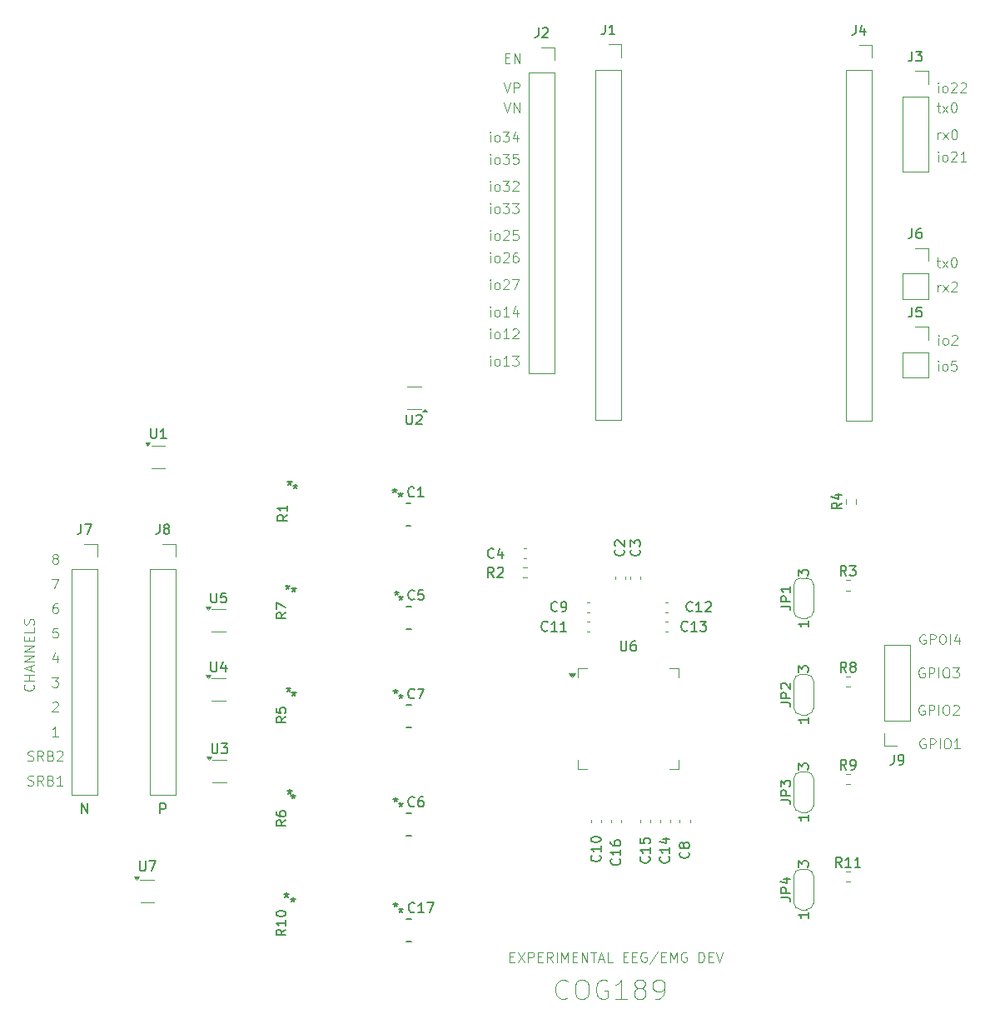
<source format=gbr>
%TF.GenerationSoftware,KiCad,Pcbnew,8.0.5*%
%TF.CreationDate,2025-02-17T01:38:54-08:00*%
%TF.ProjectId,eegw:ads1299,65656777-3a61-4647-9331-3239392e6b69,rev?*%
%TF.SameCoordinates,Original*%
%TF.FileFunction,Legend,Top*%
%TF.FilePolarity,Positive*%
%FSLAX46Y46*%
G04 Gerber Fmt 4.6, Leading zero omitted, Abs format (unit mm)*
G04 Created by KiCad (PCBNEW 8.0.5) date 2025-02-17 01:38:54*
%MOMM*%
%LPD*%
G01*
G04 APERTURE LIST*
%ADD10C,0.100000*%
%ADD11C,0.150000*%
%ADD12C,0.120000*%
%ADD13C,0.152400*%
G04 APERTURE END LIST*
D10*
X181840193Y-121032538D02*
X181744955Y-120984919D01*
X181744955Y-120984919D02*
X181602098Y-120984919D01*
X181602098Y-120984919D02*
X181459241Y-121032538D01*
X181459241Y-121032538D02*
X181364003Y-121127776D01*
X181364003Y-121127776D02*
X181316384Y-121223014D01*
X181316384Y-121223014D02*
X181268765Y-121413490D01*
X181268765Y-121413490D02*
X181268765Y-121556347D01*
X181268765Y-121556347D02*
X181316384Y-121746823D01*
X181316384Y-121746823D02*
X181364003Y-121842061D01*
X181364003Y-121842061D02*
X181459241Y-121937300D01*
X181459241Y-121937300D02*
X181602098Y-121984919D01*
X181602098Y-121984919D02*
X181697336Y-121984919D01*
X181697336Y-121984919D02*
X181840193Y-121937300D01*
X181840193Y-121937300D02*
X181887812Y-121889680D01*
X181887812Y-121889680D02*
X181887812Y-121556347D01*
X181887812Y-121556347D02*
X181697336Y-121556347D01*
X182316384Y-121984919D02*
X182316384Y-120984919D01*
X182316384Y-120984919D02*
X182697336Y-120984919D01*
X182697336Y-120984919D02*
X182792574Y-121032538D01*
X182792574Y-121032538D02*
X182840193Y-121080157D01*
X182840193Y-121080157D02*
X182887812Y-121175395D01*
X182887812Y-121175395D02*
X182887812Y-121318252D01*
X182887812Y-121318252D02*
X182840193Y-121413490D01*
X182840193Y-121413490D02*
X182792574Y-121461109D01*
X182792574Y-121461109D02*
X182697336Y-121508728D01*
X182697336Y-121508728D02*
X182316384Y-121508728D01*
X183316384Y-121984919D02*
X183316384Y-120984919D01*
X183983050Y-120984919D02*
X184173526Y-120984919D01*
X184173526Y-120984919D02*
X184268764Y-121032538D01*
X184268764Y-121032538D02*
X184364002Y-121127776D01*
X184364002Y-121127776D02*
X184411621Y-121318252D01*
X184411621Y-121318252D02*
X184411621Y-121651585D01*
X184411621Y-121651585D02*
X184364002Y-121842061D01*
X184364002Y-121842061D02*
X184268764Y-121937300D01*
X184268764Y-121937300D02*
X184173526Y-121984919D01*
X184173526Y-121984919D02*
X183983050Y-121984919D01*
X183983050Y-121984919D02*
X183887812Y-121937300D01*
X183887812Y-121937300D02*
X183792574Y-121842061D01*
X183792574Y-121842061D02*
X183744955Y-121651585D01*
X183744955Y-121651585D02*
X183744955Y-121318252D01*
X183744955Y-121318252D02*
X183792574Y-121127776D01*
X183792574Y-121127776D02*
X183887812Y-121032538D01*
X183887812Y-121032538D02*
X183983050Y-120984919D01*
X184744955Y-120984919D02*
X185364002Y-120984919D01*
X185364002Y-120984919D02*
X185030669Y-121365871D01*
X185030669Y-121365871D02*
X185173526Y-121365871D01*
X185173526Y-121365871D02*
X185268764Y-121413490D01*
X185268764Y-121413490D02*
X185316383Y-121461109D01*
X185316383Y-121461109D02*
X185364002Y-121556347D01*
X185364002Y-121556347D02*
X185364002Y-121794442D01*
X185364002Y-121794442D02*
X185316383Y-121889680D01*
X185316383Y-121889680D02*
X185268764Y-121937300D01*
X185268764Y-121937300D02*
X185173526Y-121984919D01*
X185173526Y-121984919D02*
X184887812Y-121984919D01*
X184887812Y-121984919D02*
X184792574Y-121937300D01*
X184792574Y-121937300D02*
X184744955Y-121889680D01*
X137716384Y-74784919D02*
X137716384Y-74118252D01*
X137716384Y-73784919D02*
X137668765Y-73832538D01*
X137668765Y-73832538D02*
X137716384Y-73880157D01*
X137716384Y-73880157D02*
X137764003Y-73832538D01*
X137764003Y-73832538D02*
X137716384Y-73784919D01*
X137716384Y-73784919D02*
X137716384Y-73880157D01*
X138335431Y-74784919D02*
X138240193Y-74737300D01*
X138240193Y-74737300D02*
X138192574Y-74689680D01*
X138192574Y-74689680D02*
X138144955Y-74594442D01*
X138144955Y-74594442D02*
X138144955Y-74308728D01*
X138144955Y-74308728D02*
X138192574Y-74213490D01*
X138192574Y-74213490D02*
X138240193Y-74165871D01*
X138240193Y-74165871D02*
X138335431Y-74118252D01*
X138335431Y-74118252D02*
X138478288Y-74118252D01*
X138478288Y-74118252D02*
X138573526Y-74165871D01*
X138573526Y-74165871D02*
X138621145Y-74213490D01*
X138621145Y-74213490D02*
X138668764Y-74308728D01*
X138668764Y-74308728D02*
X138668764Y-74594442D01*
X138668764Y-74594442D02*
X138621145Y-74689680D01*
X138621145Y-74689680D02*
X138573526Y-74737300D01*
X138573526Y-74737300D02*
X138478288Y-74784919D01*
X138478288Y-74784919D02*
X138335431Y-74784919D01*
X139002098Y-73784919D02*
X139621145Y-73784919D01*
X139621145Y-73784919D02*
X139287812Y-74165871D01*
X139287812Y-74165871D02*
X139430669Y-74165871D01*
X139430669Y-74165871D02*
X139525907Y-74213490D01*
X139525907Y-74213490D02*
X139573526Y-74261109D01*
X139573526Y-74261109D02*
X139621145Y-74356347D01*
X139621145Y-74356347D02*
X139621145Y-74594442D01*
X139621145Y-74594442D02*
X139573526Y-74689680D01*
X139573526Y-74689680D02*
X139525907Y-74737300D01*
X139525907Y-74737300D02*
X139430669Y-74784919D01*
X139430669Y-74784919D02*
X139144955Y-74784919D01*
X139144955Y-74784919D02*
X139049717Y-74737300D01*
X139049717Y-74737300D02*
X139002098Y-74689680D01*
X139954479Y-73784919D02*
X140573526Y-73784919D01*
X140573526Y-73784919D02*
X140240193Y-74165871D01*
X140240193Y-74165871D02*
X140383050Y-74165871D01*
X140383050Y-74165871D02*
X140478288Y-74213490D01*
X140478288Y-74213490D02*
X140525907Y-74261109D01*
X140525907Y-74261109D02*
X140573526Y-74356347D01*
X140573526Y-74356347D02*
X140573526Y-74594442D01*
X140573526Y-74594442D02*
X140525907Y-74689680D01*
X140525907Y-74689680D02*
X140478288Y-74737300D01*
X140478288Y-74737300D02*
X140383050Y-74784919D01*
X140383050Y-74784919D02*
X140097336Y-74784919D01*
X140097336Y-74784919D02*
X140002098Y-74737300D01*
X140002098Y-74737300D02*
X139954479Y-74689680D01*
X139098527Y-63534919D02*
X139431860Y-64534919D01*
X139431860Y-64534919D02*
X139765193Y-63534919D01*
X140098527Y-64534919D02*
X140098527Y-63534919D01*
X140098527Y-63534919D02*
X140669955Y-64534919D01*
X140669955Y-64534919D02*
X140669955Y-63534919D01*
X90693765Y-132897300D02*
X90836622Y-132944919D01*
X90836622Y-132944919D02*
X91074717Y-132944919D01*
X91074717Y-132944919D02*
X91169955Y-132897300D01*
X91169955Y-132897300D02*
X91217574Y-132849680D01*
X91217574Y-132849680D02*
X91265193Y-132754442D01*
X91265193Y-132754442D02*
X91265193Y-132659204D01*
X91265193Y-132659204D02*
X91217574Y-132563966D01*
X91217574Y-132563966D02*
X91169955Y-132516347D01*
X91169955Y-132516347D02*
X91074717Y-132468728D01*
X91074717Y-132468728D02*
X90884241Y-132421109D01*
X90884241Y-132421109D02*
X90789003Y-132373490D01*
X90789003Y-132373490D02*
X90741384Y-132325871D01*
X90741384Y-132325871D02*
X90693765Y-132230633D01*
X90693765Y-132230633D02*
X90693765Y-132135395D01*
X90693765Y-132135395D02*
X90741384Y-132040157D01*
X90741384Y-132040157D02*
X90789003Y-131992538D01*
X90789003Y-131992538D02*
X90884241Y-131944919D01*
X90884241Y-131944919D02*
X91122336Y-131944919D01*
X91122336Y-131944919D02*
X91265193Y-131992538D01*
X92265193Y-132944919D02*
X91931860Y-132468728D01*
X91693765Y-132944919D02*
X91693765Y-131944919D01*
X91693765Y-131944919D02*
X92074717Y-131944919D01*
X92074717Y-131944919D02*
X92169955Y-131992538D01*
X92169955Y-131992538D02*
X92217574Y-132040157D01*
X92217574Y-132040157D02*
X92265193Y-132135395D01*
X92265193Y-132135395D02*
X92265193Y-132278252D01*
X92265193Y-132278252D02*
X92217574Y-132373490D01*
X92217574Y-132373490D02*
X92169955Y-132421109D01*
X92169955Y-132421109D02*
X92074717Y-132468728D01*
X92074717Y-132468728D02*
X91693765Y-132468728D01*
X93027098Y-132421109D02*
X93169955Y-132468728D01*
X93169955Y-132468728D02*
X93217574Y-132516347D01*
X93217574Y-132516347D02*
X93265193Y-132611585D01*
X93265193Y-132611585D02*
X93265193Y-132754442D01*
X93265193Y-132754442D02*
X93217574Y-132849680D01*
X93217574Y-132849680D02*
X93169955Y-132897300D01*
X93169955Y-132897300D02*
X93074717Y-132944919D01*
X93074717Y-132944919D02*
X92693765Y-132944919D01*
X92693765Y-132944919D02*
X92693765Y-131944919D01*
X92693765Y-131944919D02*
X93027098Y-131944919D01*
X93027098Y-131944919D02*
X93122336Y-131992538D01*
X93122336Y-131992538D02*
X93169955Y-132040157D01*
X93169955Y-132040157D02*
X93217574Y-132135395D01*
X93217574Y-132135395D02*
X93217574Y-132230633D01*
X93217574Y-132230633D02*
X93169955Y-132325871D01*
X93169955Y-132325871D02*
X93122336Y-132373490D01*
X93122336Y-132373490D02*
X93027098Y-132421109D01*
X93027098Y-132421109D02*
X92693765Y-132421109D01*
X94217574Y-132944919D02*
X93646146Y-132944919D01*
X93931860Y-132944919D02*
X93931860Y-131944919D01*
X93931860Y-131944919D02*
X93836622Y-132087776D01*
X93836622Y-132087776D02*
X93741384Y-132183014D01*
X93741384Y-132183014D02*
X93646146Y-132230633D01*
X183216384Y-82784919D02*
X183216384Y-82118252D01*
X183216384Y-82308728D02*
X183264003Y-82213490D01*
X183264003Y-82213490D02*
X183311622Y-82165871D01*
X183311622Y-82165871D02*
X183406860Y-82118252D01*
X183406860Y-82118252D02*
X183502098Y-82118252D01*
X183740194Y-82784919D02*
X184264003Y-82118252D01*
X183740194Y-82118252D02*
X184264003Y-82784919D01*
X184597337Y-81880157D02*
X184644956Y-81832538D01*
X184644956Y-81832538D02*
X184740194Y-81784919D01*
X184740194Y-81784919D02*
X184978289Y-81784919D01*
X184978289Y-81784919D02*
X185073527Y-81832538D01*
X185073527Y-81832538D02*
X185121146Y-81880157D01*
X185121146Y-81880157D02*
X185168765Y-81975395D01*
X185168765Y-81975395D02*
X185168765Y-82070633D01*
X185168765Y-82070633D02*
X185121146Y-82213490D01*
X185121146Y-82213490D02*
X184549718Y-82784919D01*
X184549718Y-82784919D02*
X185168765Y-82784919D01*
X93765193Y-127944919D02*
X93193765Y-127944919D01*
X93479479Y-127944919D02*
X93479479Y-126944919D01*
X93479479Y-126944919D02*
X93384241Y-127087776D01*
X93384241Y-127087776D02*
X93289003Y-127183014D01*
X93289003Y-127183014D02*
X93193765Y-127230633D01*
X183098527Y-63868252D02*
X183479479Y-63868252D01*
X183241384Y-63534919D02*
X183241384Y-64392061D01*
X183241384Y-64392061D02*
X183289003Y-64487300D01*
X183289003Y-64487300D02*
X183384241Y-64534919D01*
X183384241Y-64534919D02*
X183479479Y-64534919D01*
X183717575Y-64534919D02*
X184241384Y-63868252D01*
X183717575Y-63868252D02*
X184241384Y-64534919D01*
X184812813Y-63534919D02*
X184908051Y-63534919D01*
X184908051Y-63534919D02*
X185003289Y-63582538D01*
X185003289Y-63582538D02*
X185050908Y-63630157D01*
X185050908Y-63630157D02*
X185098527Y-63725395D01*
X185098527Y-63725395D02*
X185146146Y-63915871D01*
X185146146Y-63915871D02*
X185146146Y-64153966D01*
X185146146Y-64153966D02*
X185098527Y-64344442D01*
X185098527Y-64344442D02*
X185050908Y-64439680D01*
X185050908Y-64439680D02*
X185003289Y-64487300D01*
X185003289Y-64487300D02*
X184908051Y-64534919D01*
X184908051Y-64534919D02*
X184812813Y-64534919D01*
X184812813Y-64534919D02*
X184717575Y-64487300D01*
X184717575Y-64487300D02*
X184669956Y-64439680D01*
X184669956Y-64439680D02*
X184622337Y-64344442D01*
X184622337Y-64344442D02*
X184574718Y-64153966D01*
X184574718Y-64153966D02*
X184574718Y-63915871D01*
X184574718Y-63915871D02*
X184622337Y-63725395D01*
X184622337Y-63725395D02*
X184669956Y-63630157D01*
X184669956Y-63630157D02*
X184717575Y-63582538D01*
X184717575Y-63582538D02*
X184812813Y-63534919D01*
X183216384Y-67284919D02*
X183216384Y-66618252D01*
X183216384Y-66808728D02*
X183264003Y-66713490D01*
X183264003Y-66713490D02*
X183311622Y-66665871D01*
X183311622Y-66665871D02*
X183406860Y-66618252D01*
X183406860Y-66618252D02*
X183502098Y-66618252D01*
X183740194Y-67284919D02*
X184264003Y-66618252D01*
X183740194Y-66618252D02*
X184264003Y-67284919D01*
X184835432Y-66284919D02*
X184930670Y-66284919D01*
X184930670Y-66284919D02*
X185025908Y-66332538D01*
X185025908Y-66332538D02*
X185073527Y-66380157D01*
X185073527Y-66380157D02*
X185121146Y-66475395D01*
X185121146Y-66475395D02*
X185168765Y-66665871D01*
X185168765Y-66665871D02*
X185168765Y-66903966D01*
X185168765Y-66903966D02*
X185121146Y-67094442D01*
X185121146Y-67094442D02*
X185073527Y-67189680D01*
X185073527Y-67189680D02*
X185025908Y-67237300D01*
X185025908Y-67237300D02*
X184930670Y-67284919D01*
X184930670Y-67284919D02*
X184835432Y-67284919D01*
X184835432Y-67284919D02*
X184740194Y-67237300D01*
X184740194Y-67237300D02*
X184692575Y-67189680D01*
X184692575Y-67189680D02*
X184644956Y-67094442D01*
X184644956Y-67094442D02*
X184597337Y-66903966D01*
X184597337Y-66903966D02*
X184597337Y-66665871D01*
X184597337Y-66665871D02*
X184644956Y-66475395D01*
X184644956Y-66475395D02*
X184692575Y-66380157D01*
X184692575Y-66380157D02*
X184740194Y-66332538D01*
X184740194Y-66332538D02*
X184835432Y-66284919D01*
X93146146Y-121944919D02*
X93765193Y-121944919D01*
X93765193Y-121944919D02*
X93431860Y-122325871D01*
X93431860Y-122325871D02*
X93574717Y-122325871D01*
X93574717Y-122325871D02*
X93669955Y-122373490D01*
X93669955Y-122373490D02*
X93717574Y-122421109D01*
X93717574Y-122421109D02*
X93765193Y-122516347D01*
X93765193Y-122516347D02*
X93765193Y-122754442D01*
X93765193Y-122754442D02*
X93717574Y-122849680D01*
X93717574Y-122849680D02*
X93669955Y-122897300D01*
X93669955Y-122897300D02*
X93574717Y-122944919D01*
X93574717Y-122944919D02*
X93289003Y-122944919D01*
X93289003Y-122944919D02*
X93193765Y-122897300D01*
X93193765Y-122897300D02*
X93146146Y-122849680D01*
X139716384Y-150361109D02*
X140049717Y-150361109D01*
X140192574Y-150884919D02*
X139716384Y-150884919D01*
X139716384Y-150884919D02*
X139716384Y-149884919D01*
X139716384Y-149884919D02*
X140192574Y-149884919D01*
X140525908Y-149884919D02*
X141192574Y-150884919D01*
X141192574Y-149884919D02*
X140525908Y-150884919D01*
X141573527Y-150884919D02*
X141573527Y-149884919D01*
X141573527Y-149884919D02*
X141954479Y-149884919D01*
X141954479Y-149884919D02*
X142049717Y-149932538D01*
X142049717Y-149932538D02*
X142097336Y-149980157D01*
X142097336Y-149980157D02*
X142144955Y-150075395D01*
X142144955Y-150075395D02*
X142144955Y-150218252D01*
X142144955Y-150218252D02*
X142097336Y-150313490D01*
X142097336Y-150313490D02*
X142049717Y-150361109D01*
X142049717Y-150361109D02*
X141954479Y-150408728D01*
X141954479Y-150408728D02*
X141573527Y-150408728D01*
X142573527Y-150361109D02*
X142906860Y-150361109D01*
X143049717Y-150884919D02*
X142573527Y-150884919D01*
X142573527Y-150884919D02*
X142573527Y-149884919D01*
X142573527Y-149884919D02*
X143049717Y-149884919D01*
X144049717Y-150884919D02*
X143716384Y-150408728D01*
X143478289Y-150884919D02*
X143478289Y-149884919D01*
X143478289Y-149884919D02*
X143859241Y-149884919D01*
X143859241Y-149884919D02*
X143954479Y-149932538D01*
X143954479Y-149932538D02*
X144002098Y-149980157D01*
X144002098Y-149980157D02*
X144049717Y-150075395D01*
X144049717Y-150075395D02*
X144049717Y-150218252D01*
X144049717Y-150218252D02*
X144002098Y-150313490D01*
X144002098Y-150313490D02*
X143954479Y-150361109D01*
X143954479Y-150361109D02*
X143859241Y-150408728D01*
X143859241Y-150408728D02*
X143478289Y-150408728D01*
X144478289Y-150884919D02*
X144478289Y-149884919D01*
X144954479Y-150884919D02*
X144954479Y-149884919D01*
X144954479Y-149884919D02*
X145287812Y-150599204D01*
X145287812Y-150599204D02*
X145621145Y-149884919D01*
X145621145Y-149884919D02*
X145621145Y-150884919D01*
X146097336Y-150361109D02*
X146430669Y-150361109D01*
X146573526Y-150884919D02*
X146097336Y-150884919D01*
X146097336Y-150884919D02*
X146097336Y-149884919D01*
X146097336Y-149884919D02*
X146573526Y-149884919D01*
X147002098Y-150884919D02*
X147002098Y-149884919D01*
X147002098Y-149884919D02*
X147573526Y-150884919D01*
X147573526Y-150884919D02*
X147573526Y-149884919D01*
X147906860Y-149884919D02*
X148478288Y-149884919D01*
X148192574Y-150884919D02*
X148192574Y-149884919D01*
X148764003Y-150599204D02*
X149240193Y-150599204D01*
X148668765Y-150884919D02*
X149002098Y-149884919D01*
X149002098Y-149884919D02*
X149335431Y-150884919D01*
X150144955Y-150884919D02*
X149668765Y-150884919D01*
X149668765Y-150884919D02*
X149668765Y-149884919D01*
X151240194Y-150361109D02*
X151573527Y-150361109D01*
X151716384Y-150884919D02*
X151240194Y-150884919D01*
X151240194Y-150884919D02*
X151240194Y-149884919D01*
X151240194Y-149884919D02*
X151716384Y-149884919D01*
X152144956Y-150361109D02*
X152478289Y-150361109D01*
X152621146Y-150884919D02*
X152144956Y-150884919D01*
X152144956Y-150884919D02*
X152144956Y-149884919D01*
X152144956Y-149884919D02*
X152621146Y-149884919D01*
X153573527Y-149932538D02*
X153478289Y-149884919D01*
X153478289Y-149884919D02*
X153335432Y-149884919D01*
X153335432Y-149884919D02*
X153192575Y-149932538D01*
X153192575Y-149932538D02*
X153097337Y-150027776D01*
X153097337Y-150027776D02*
X153049718Y-150123014D01*
X153049718Y-150123014D02*
X153002099Y-150313490D01*
X153002099Y-150313490D02*
X153002099Y-150456347D01*
X153002099Y-150456347D02*
X153049718Y-150646823D01*
X153049718Y-150646823D02*
X153097337Y-150742061D01*
X153097337Y-150742061D02*
X153192575Y-150837300D01*
X153192575Y-150837300D02*
X153335432Y-150884919D01*
X153335432Y-150884919D02*
X153430670Y-150884919D01*
X153430670Y-150884919D02*
X153573527Y-150837300D01*
X153573527Y-150837300D02*
X153621146Y-150789680D01*
X153621146Y-150789680D02*
X153621146Y-150456347D01*
X153621146Y-150456347D02*
X153430670Y-150456347D01*
X154764003Y-149837300D02*
X153906861Y-151123014D01*
X155097337Y-150361109D02*
X155430670Y-150361109D01*
X155573527Y-150884919D02*
X155097337Y-150884919D01*
X155097337Y-150884919D02*
X155097337Y-149884919D01*
X155097337Y-149884919D02*
X155573527Y-149884919D01*
X156002099Y-150884919D02*
X156002099Y-149884919D01*
X156002099Y-149884919D02*
X156335432Y-150599204D01*
X156335432Y-150599204D02*
X156668765Y-149884919D01*
X156668765Y-149884919D02*
X156668765Y-150884919D01*
X157668765Y-149932538D02*
X157573527Y-149884919D01*
X157573527Y-149884919D02*
X157430670Y-149884919D01*
X157430670Y-149884919D02*
X157287813Y-149932538D01*
X157287813Y-149932538D02*
X157192575Y-150027776D01*
X157192575Y-150027776D02*
X157144956Y-150123014D01*
X157144956Y-150123014D02*
X157097337Y-150313490D01*
X157097337Y-150313490D02*
X157097337Y-150456347D01*
X157097337Y-150456347D02*
X157144956Y-150646823D01*
X157144956Y-150646823D02*
X157192575Y-150742061D01*
X157192575Y-150742061D02*
X157287813Y-150837300D01*
X157287813Y-150837300D02*
X157430670Y-150884919D01*
X157430670Y-150884919D02*
X157525908Y-150884919D01*
X157525908Y-150884919D02*
X157668765Y-150837300D01*
X157668765Y-150837300D02*
X157716384Y-150789680D01*
X157716384Y-150789680D02*
X157716384Y-150456347D01*
X157716384Y-150456347D02*
X157525908Y-150456347D01*
X158906861Y-150884919D02*
X158906861Y-149884919D01*
X158906861Y-149884919D02*
X159144956Y-149884919D01*
X159144956Y-149884919D02*
X159287813Y-149932538D01*
X159287813Y-149932538D02*
X159383051Y-150027776D01*
X159383051Y-150027776D02*
X159430670Y-150123014D01*
X159430670Y-150123014D02*
X159478289Y-150313490D01*
X159478289Y-150313490D02*
X159478289Y-150456347D01*
X159478289Y-150456347D02*
X159430670Y-150646823D01*
X159430670Y-150646823D02*
X159383051Y-150742061D01*
X159383051Y-150742061D02*
X159287813Y-150837300D01*
X159287813Y-150837300D02*
X159144956Y-150884919D01*
X159144956Y-150884919D02*
X158906861Y-150884919D01*
X159906861Y-150361109D02*
X160240194Y-150361109D01*
X160383051Y-150884919D02*
X159906861Y-150884919D01*
X159906861Y-150884919D02*
X159906861Y-149884919D01*
X159906861Y-149884919D02*
X160383051Y-149884919D01*
X160668766Y-149884919D02*
X161002099Y-150884919D01*
X161002099Y-150884919D02*
X161335432Y-149884919D01*
X137716384Y-67534919D02*
X137716384Y-66868252D01*
X137716384Y-66534919D02*
X137668765Y-66582538D01*
X137668765Y-66582538D02*
X137716384Y-66630157D01*
X137716384Y-66630157D02*
X137764003Y-66582538D01*
X137764003Y-66582538D02*
X137716384Y-66534919D01*
X137716384Y-66534919D02*
X137716384Y-66630157D01*
X138335431Y-67534919D02*
X138240193Y-67487300D01*
X138240193Y-67487300D02*
X138192574Y-67439680D01*
X138192574Y-67439680D02*
X138144955Y-67344442D01*
X138144955Y-67344442D02*
X138144955Y-67058728D01*
X138144955Y-67058728D02*
X138192574Y-66963490D01*
X138192574Y-66963490D02*
X138240193Y-66915871D01*
X138240193Y-66915871D02*
X138335431Y-66868252D01*
X138335431Y-66868252D02*
X138478288Y-66868252D01*
X138478288Y-66868252D02*
X138573526Y-66915871D01*
X138573526Y-66915871D02*
X138621145Y-66963490D01*
X138621145Y-66963490D02*
X138668764Y-67058728D01*
X138668764Y-67058728D02*
X138668764Y-67344442D01*
X138668764Y-67344442D02*
X138621145Y-67439680D01*
X138621145Y-67439680D02*
X138573526Y-67487300D01*
X138573526Y-67487300D02*
X138478288Y-67534919D01*
X138478288Y-67534919D02*
X138335431Y-67534919D01*
X139002098Y-66534919D02*
X139621145Y-66534919D01*
X139621145Y-66534919D02*
X139287812Y-66915871D01*
X139287812Y-66915871D02*
X139430669Y-66915871D01*
X139430669Y-66915871D02*
X139525907Y-66963490D01*
X139525907Y-66963490D02*
X139573526Y-67011109D01*
X139573526Y-67011109D02*
X139621145Y-67106347D01*
X139621145Y-67106347D02*
X139621145Y-67344442D01*
X139621145Y-67344442D02*
X139573526Y-67439680D01*
X139573526Y-67439680D02*
X139525907Y-67487300D01*
X139525907Y-67487300D02*
X139430669Y-67534919D01*
X139430669Y-67534919D02*
X139144955Y-67534919D01*
X139144955Y-67534919D02*
X139049717Y-67487300D01*
X139049717Y-67487300D02*
X139002098Y-67439680D01*
X140478288Y-66868252D02*
X140478288Y-67534919D01*
X140240193Y-66487300D02*
X140002098Y-67201585D01*
X140002098Y-67201585D02*
X140621145Y-67201585D01*
X137716384Y-72534919D02*
X137716384Y-71868252D01*
X137716384Y-71534919D02*
X137668765Y-71582538D01*
X137668765Y-71582538D02*
X137716384Y-71630157D01*
X137716384Y-71630157D02*
X137764003Y-71582538D01*
X137764003Y-71582538D02*
X137716384Y-71534919D01*
X137716384Y-71534919D02*
X137716384Y-71630157D01*
X138335431Y-72534919D02*
X138240193Y-72487300D01*
X138240193Y-72487300D02*
X138192574Y-72439680D01*
X138192574Y-72439680D02*
X138144955Y-72344442D01*
X138144955Y-72344442D02*
X138144955Y-72058728D01*
X138144955Y-72058728D02*
X138192574Y-71963490D01*
X138192574Y-71963490D02*
X138240193Y-71915871D01*
X138240193Y-71915871D02*
X138335431Y-71868252D01*
X138335431Y-71868252D02*
X138478288Y-71868252D01*
X138478288Y-71868252D02*
X138573526Y-71915871D01*
X138573526Y-71915871D02*
X138621145Y-71963490D01*
X138621145Y-71963490D02*
X138668764Y-72058728D01*
X138668764Y-72058728D02*
X138668764Y-72344442D01*
X138668764Y-72344442D02*
X138621145Y-72439680D01*
X138621145Y-72439680D02*
X138573526Y-72487300D01*
X138573526Y-72487300D02*
X138478288Y-72534919D01*
X138478288Y-72534919D02*
X138335431Y-72534919D01*
X139002098Y-71534919D02*
X139621145Y-71534919D01*
X139621145Y-71534919D02*
X139287812Y-71915871D01*
X139287812Y-71915871D02*
X139430669Y-71915871D01*
X139430669Y-71915871D02*
X139525907Y-71963490D01*
X139525907Y-71963490D02*
X139573526Y-72011109D01*
X139573526Y-72011109D02*
X139621145Y-72106347D01*
X139621145Y-72106347D02*
X139621145Y-72344442D01*
X139621145Y-72344442D02*
X139573526Y-72439680D01*
X139573526Y-72439680D02*
X139525907Y-72487300D01*
X139525907Y-72487300D02*
X139430669Y-72534919D01*
X139430669Y-72534919D02*
X139144955Y-72534919D01*
X139144955Y-72534919D02*
X139049717Y-72487300D01*
X139049717Y-72487300D02*
X139002098Y-72439680D01*
X140002098Y-71630157D02*
X140049717Y-71582538D01*
X140049717Y-71582538D02*
X140144955Y-71534919D01*
X140144955Y-71534919D02*
X140383050Y-71534919D01*
X140383050Y-71534919D02*
X140478288Y-71582538D01*
X140478288Y-71582538D02*
X140525907Y-71630157D01*
X140525907Y-71630157D02*
X140573526Y-71725395D01*
X140573526Y-71725395D02*
X140573526Y-71820633D01*
X140573526Y-71820633D02*
X140525907Y-71963490D01*
X140525907Y-71963490D02*
X139954479Y-72534919D01*
X139954479Y-72534919D02*
X140573526Y-72534919D01*
X181940193Y-128232538D02*
X181844955Y-128184919D01*
X181844955Y-128184919D02*
X181702098Y-128184919D01*
X181702098Y-128184919D02*
X181559241Y-128232538D01*
X181559241Y-128232538D02*
X181464003Y-128327776D01*
X181464003Y-128327776D02*
X181416384Y-128423014D01*
X181416384Y-128423014D02*
X181368765Y-128613490D01*
X181368765Y-128613490D02*
X181368765Y-128756347D01*
X181368765Y-128756347D02*
X181416384Y-128946823D01*
X181416384Y-128946823D02*
X181464003Y-129042061D01*
X181464003Y-129042061D02*
X181559241Y-129137300D01*
X181559241Y-129137300D02*
X181702098Y-129184919D01*
X181702098Y-129184919D02*
X181797336Y-129184919D01*
X181797336Y-129184919D02*
X181940193Y-129137300D01*
X181940193Y-129137300D02*
X181987812Y-129089680D01*
X181987812Y-129089680D02*
X181987812Y-128756347D01*
X181987812Y-128756347D02*
X181797336Y-128756347D01*
X182416384Y-129184919D02*
X182416384Y-128184919D01*
X182416384Y-128184919D02*
X182797336Y-128184919D01*
X182797336Y-128184919D02*
X182892574Y-128232538D01*
X182892574Y-128232538D02*
X182940193Y-128280157D01*
X182940193Y-128280157D02*
X182987812Y-128375395D01*
X182987812Y-128375395D02*
X182987812Y-128518252D01*
X182987812Y-128518252D02*
X182940193Y-128613490D01*
X182940193Y-128613490D02*
X182892574Y-128661109D01*
X182892574Y-128661109D02*
X182797336Y-128708728D01*
X182797336Y-128708728D02*
X182416384Y-128708728D01*
X183416384Y-129184919D02*
X183416384Y-128184919D01*
X184083050Y-128184919D02*
X184273526Y-128184919D01*
X184273526Y-128184919D02*
X184368764Y-128232538D01*
X184368764Y-128232538D02*
X184464002Y-128327776D01*
X184464002Y-128327776D02*
X184511621Y-128518252D01*
X184511621Y-128518252D02*
X184511621Y-128851585D01*
X184511621Y-128851585D02*
X184464002Y-129042061D01*
X184464002Y-129042061D02*
X184368764Y-129137300D01*
X184368764Y-129137300D02*
X184273526Y-129184919D01*
X184273526Y-129184919D02*
X184083050Y-129184919D01*
X184083050Y-129184919D02*
X183987812Y-129137300D01*
X183987812Y-129137300D02*
X183892574Y-129042061D01*
X183892574Y-129042061D02*
X183844955Y-128851585D01*
X183844955Y-128851585D02*
X183844955Y-128518252D01*
X183844955Y-128518252D02*
X183892574Y-128327776D01*
X183892574Y-128327776D02*
X183987812Y-128232538D01*
X183987812Y-128232538D02*
X184083050Y-128184919D01*
X185464002Y-129184919D02*
X184892574Y-129184919D01*
X185178288Y-129184919D02*
X185178288Y-128184919D01*
X185178288Y-128184919D02*
X185083050Y-128327776D01*
X185083050Y-128327776D02*
X184987812Y-128423014D01*
X184987812Y-128423014D02*
X184892574Y-128470633D01*
X183241384Y-90784919D02*
X183241384Y-90118252D01*
X183241384Y-89784919D02*
X183193765Y-89832538D01*
X183193765Y-89832538D02*
X183241384Y-89880157D01*
X183241384Y-89880157D02*
X183289003Y-89832538D01*
X183289003Y-89832538D02*
X183241384Y-89784919D01*
X183241384Y-89784919D02*
X183241384Y-89880157D01*
X183860431Y-90784919D02*
X183765193Y-90737300D01*
X183765193Y-90737300D02*
X183717574Y-90689680D01*
X183717574Y-90689680D02*
X183669955Y-90594442D01*
X183669955Y-90594442D02*
X183669955Y-90308728D01*
X183669955Y-90308728D02*
X183717574Y-90213490D01*
X183717574Y-90213490D02*
X183765193Y-90165871D01*
X183765193Y-90165871D02*
X183860431Y-90118252D01*
X183860431Y-90118252D02*
X184003288Y-90118252D01*
X184003288Y-90118252D02*
X184098526Y-90165871D01*
X184098526Y-90165871D02*
X184146145Y-90213490D01*
X184146145Y-90213490D02*
X184193764Y-90308728D01*
X184193764Y-90308728D02*
X184193764Y-90594442D01*
X184193764Y-90594442D02*
X184146145Y-90689680D01*
X184146145Y-90689680D02*
X184098526Y-90737300D01*
X184098526Y-90737300D02*
X184003288Y-90784919D01*
X184003288Y-90784919D02*
X183860431Y-90784919D01*
X185098526Y-89784919D02*
X184622336Y-89784919D01*
X184622336Y-89784919D02*
X184574717Y-90261109D01*
X184574717Y-90261109D02*
X184622336Y-90213490D01*
X184622336Y-90213490D02*
X184717574Y-90165871D01*
X184717574Y-90165871D02*
X184955669Y-90165871D01*
X184955669Y-90165871D02*
X185050907Y-90213490D01*
X185050907Y-90213490D02*
X185098526Y-90261109D01*
X185098526Y-90261109D02*
X185146145Y-90356347D01*
X185146145Y-90356347D02*
X185146145Y-90594442D01*
X185146145Y-90594442D02*
X185098526Y-90689680D01*
X185098526Y-90689680D02*
X185050907Y-90737300D01*
X185050907Y-90737300D02*
X184955669Y-90784919D01*
X184955669Y-90784919D02*
X184717574Y-90784919D01*
X184717574Y-90784919D02*
X184622336Y-90737300D01*
X184622336Y-90737300D02*
X184574717Y-90689680D01*
X139241384Y-59011109D02*
X139574717Y-59011109D01*
X139717574Y-59534919D02*
X139241384Y-59534919D01*
X139241384Y-59534919D02*
X139241384Y-58534919D01*
X139241384Y-58534919D02*
X139717574Y-58534919D01*
X140146146Y-59534919D02*
X140146146Y-58534919D01*
X140146146Y-58534919D02*
X140717574Y-59534919D01*
X140717574Y-59534919D02*
X140717574Y-58534919D01*
X93193765Y-124540157D02*
X93241384Y-124492538D01*
X93241384Y-124492538D02*
X93336622Y-124444919D01*
X93336622Y-124444919D02*
X93574717Y-124444919D01*
X93574717Y-124444919D02*
X93669955Y-124492538D01*
X93669955Y-124492538D02*
X93717574Y-124540157D01*
X93717574Y-124540157D02*
X93765193Y-124635395D01*
X93765193Y-124635395D02*
X93765193Y-124730633D01*
X93765193Y-124730633D02*
X93717574Y-124873490D01*
X93717574Y-124873490D02*
X93146146Y-125444919D01*
X93146146Y-125444919D02*
X93765193Y-125444919D01*
X183241384Y-69534919D02*
X183241384Y-68868252D01*
X183241384Y-68534919D02*
X183193765Y-68582538D01*
X183193765Y-68582538D02*
X183241384Y-68630157D01*
X183241384Y-68630157D02*
X183289003Y-68582538D01*
X183289003Y-68582538D02*
X183241384Y-68534919D01*
X183241384Y-68534919D02*
X183241384Y-68630157D01*
X183860431Y-69534919D02*
X183765193Y-69487300D01*
X183765193Y-69487300D02*
X183717574Y-69439680D01*
X183717574Y-69439680D02*
X183669955Y-69344442D01*
X183669955Y-69344442D02*
X183669955Y-69058728D01*
X183669955Y-69058728D02*
X183717574Y-68963490D01*
X183717574Y-68963490D02*
X183765193Y-68915871D01*
X183765193Y-68915871D02*
X183860431Y-68868252D01*
X183860431Y-68868252D02*
X184003288Y-68868252D01*
X184003288Y-68868252D02*
X184098526Y-68915871D01*
X184098526Y-68915871D02*
X184146145Y-68963490D01*
X184146145Y-68963490D02*
X184193764Y-69058728D01*
X184193764Y-69058728D02*
X184193764Y-69344442D01*
X184193764Y-69344442D02*
X184146145Y-69439680D01*
X184146145Y-69439680D02*
X184098526Y-69487300D01*
X184098526Y-69487300D02*
X184003288Y-69534919D01*
X184003288Y-69534919D02*
X183860431Y-69534919D01*
X184574717Y-68630157D02*
X184622336Y-68582538D01*
X184622336Y-68582538D02*
X184717574Y-68534919D01*
X184717574Y-68534919D02*
X184955669Y-68534919D01*
X184955669Y-68534919D02*
X185050907Y-68582538D01*
X185050907Y-68582538D02*
X185098526Y-68630157D01*
X185098526Y-68630157D02*
X185146145Y-68725395D01*
X185146145Y-68725395D02*
X185146145Y-68820633D01*
X185146145Y-68820633D02*
X185098526Y-68963490D01*
X185098526Y-68963490D02*
X184527098Y-69534919D01*
X184527098Y-69534919D02*
X185146145Y-69534919D01*
X186098526Y-69534919D02*
X185527098Y-69534919D01*
X185812812Y-69534919D02*
X185812812Y-68534919D01*
X185812812Y-68534919D02*
X185717574Y-68677776D01*
X185717574Y-68677776D02*
X185622336Y-68773014D01*
X185622336Y-68773014D02*
X185527098Y-68820633D01*
X145597336Y-154472061D02*
X145502098Y-154567300D01*
X145502098Y-154567300D02*
X145216384Y-154662538D01*
X145216384Y-154662538D02*
X145025908Y-154662538D01*
X145025908Y-154662538D02*
X144740193Y-154567300D01*
X144740193Y-154567300D02*
X144549717Y-154376823D01*
X144549717Y-154376823D02*
X144454479Y-154186347D01*
X144454479Y-154186347D02*
X144359241Y-153805395D01*
X144359241Y-153805395D02*
X144359241Y-153519680D01*
X144359241Y-153519680D02*
X144454479Y-153138728D01*
X144454479Y-153138728D02*
X144549717Y-152948252D01*
X144549717Y-152948252D02*
X144740193Y-152757776D01*
X144740193Y-152757776D02*
X145025908Y-152662538D01*
X145025908Y-152662538D02*
X145216384Y-152662538D01*
X145216384Y-152662538D02*
X145502098Y-152757776D01*
X145502098Y-152757776D02*
X145597336Y-152853014D01*
X146835431Y-152662538D02*
X147216384Y-152662538D01*
X147216384Y-152662538D02*
X147406860Y-152757776D01*
X147406860Y-152757776D02*
X147597336Y-152948252D01*
X147597336Y-152948252D02*
X147692574Y-153329204D01*
X147692574Y-153329204D02*
X147692574Y-153995871D01*
X147692574Y-153995871D02*
X147597336Y-154376823D01*
X147597336Y-154376823D02*
X147406860Y-154567300D01*
X147406860Y-154567300D02*
X147216384Y-154662538D01*
X147216384Y-154662538D02*
X146835431Y-154662538D01*
X146835431Y-154662538D02*
X146644955Y-154567300D01*
X146644955Y-154567300D02*
X146454479Y-154376823D01*
X146454479Y-154376823D02*
X146359241Y-153995871D01*
X146359241Y-153995871D02*
X146359241Y-153329204D01*
X146359241Y-153329204D02*
X146454479Y-152948252D01*
X146454479Y-152948252D02*
X146644955Y-152757776D01*
X146644955Y-152757776D02*
X146835431Y-152662538D01*
X149597336Y-152757776D02*
X149406860Y-152662538D01*
X149406860Y-152662538D02*
X149121146Y-152662538D01*
X149121146Y-152662538D02*
X148835431Y-152757776D01*
X148835431Y-152757776D02*
X148644955Y-152948252D01*
X148644955Y-152948252D02*
X148549717Y-153138728D01*
X148549717Y-153138728D02*
X148454479Y-153519680D01*
X148454479Y-153519680D02*
X148454479Y-153805395D01*
X148454479Y-153805395D02*
X148549717Y-154186347D01*
X148549717Y-154186347D02*
X148644955Y-154376823D01*
X148644955Y-154376823D02*
X148835431Y-154567300D01*
X148835431Y-154567300D02*
X149121146Y-154662538D01*
X149121146Y-154662538D02*
X149311622Y-154662538D01*
X149311622Y-154662538D02*
X149597336Y-154567300D01*
X149597336Y-154567300D02*
X149692574Y-154472061D01*
X149692574Y-154472061D02*
X149692574Y-153805395D01*
X149692574Y-153805395D02*
X149311622Y-153805395D01*
X151597336Y-154662538D02*
X150454479Y-154662538D01*
X151025907Y-154662538D02*
X151025907Y-152662538D01*
X151025907Y-152662538D02*
X150835431Y-152948252D01*
X150835431Y-152948252D02*
X150644955Y-153138728D01*
X150644955Y-153138728D02*
X150454479Y-153233966D01*
X152740193Y-153519680D02*
X152549717Y-153424442D01*
X152549717Y-153424442D02*
X152454479Y-153329204D01*
X152454479Y-153329204D02*
X152359241Y-153138728D01*
X152359241Y-153138728D02*
X152359241Y-153043490D01*
X152359241Y-153043490D02*
X152454479Y-152853014D01*
X152454479Y-152853014D02*
X152549717Y-152757776D01*
X152549717Y-152757776D02*
X152740193Y-152662538D01*
X152740193Y-152662538D02*
X153121146Y-152662538D01*
X153121146Y-152662538D02*
X153311622Y-152757776D01*
X153311622Y-152757776D02*
X153406860Y-152853014D01*
X153406860Y-152853014D02*
X153502098Y-153043490D01*
X153502098Y-153043490D02*
X153502098Y-153138728D01*
X153502098Y-153138728D02*
X153406860Y-153329204D01*
X153406860Y-153329204D02*
X153311622Y-153424442D01*
X153311622Y-153424442D02*
X153121146Y-153519680D01*
X153121146Y-153519680D02*
X152740193Y-153519680D01*
X152740193Y-153519680D02*
X152549717Y-153614919D01*
X152549717Y-153614919D02*
X152454479Y-153710157D01*
X152454479Y-153710157D02*
X152359241Y-153900633D01*
X152359241Y-153900633D02*
X152359241Y-154281585D01*
X152359241Y-154281585D02*
X152454479Y-154472061D01*
X152454479Y-154472061D02*
X152549717Y-154567300D01*
X152549717Y-154567300D02*
X152740193Y-154662538D01*
X152740193Y-154662538D02*
X153121146Y-154662538D01*
X153121146Y-154662538D02*
X153311622Y-154567300D01*
X153311622Y-154567300D02*
X153406860Y-154472061D01*
X153406860Y-154472061D02*
X153502098Y-154281585D01*
X153502098Y-154281585D02*
X153502098Y-153900633D01*
X153502098Y-153900633D02*
X153406860Y-153710157D01*
X153406860Y-153710157D02*
X153311622Y-153614919D01*
X153311622Y-153614919D02*
X153121146Y-153519680D01*
X154454479Y-154662538D02*
X154835431Y-154662538D01*
X154835431Y-154662538D02*
X155025908Y-154567300D01*
X155025908Y-154567300D02*
X155121146Y-154472061D01*
X155121146Y-154472061D02*
X155311622Y-154186347D01*
X155311622Y-154186347D02*
X155406860Y-153805395D01*
X155406860Y-153805395D02*
X155406860Y-153043490D01*
X155406860Y-153043490D02*
X155311622Y-152853014D01*
X155311622Y-152853014D02*
X155216384Y-152757776D01*
X155216384Y-152757776D02*
X155025908Y-152662538D01*
X155025908Y-152662538D02*
X154644955Y-152662538D01*
X154644955Y-152662538D02*
X154454479Y-152757776D01*
X154454479Y-152757776D02*
X154359241Y-152853014D01*
X154359241Y-152853014D02*
X154264003Y-153043490D01*
X154264003Y-153043490D02*
X154264003Y-153519680D01*
X154264003Y-153519680D02*
X154359241Y-153710157D01*
X154359241Y-153710157D02*
X154454479Y-153805395D01*
X154454479Y-153805395D02*
X154644955Y-153900633D01*
X154644955Y-153900633D02*
X155025908Y-153900633D01*
X155025908Y-153900633D02*
X155216384Y-153805395D01*
X155216384Y-153805395D02*
X155311622Y-153710157D01*
X155311622Y-153710157D02*
X155406860Y-153519680D01*
X90693765Y-130397300D02*
X90836622Y-130444919D01*
X90836622Y-130444919D02*
X91074717Y-130444919D01*
X91074717Y-130444919D02*
X91169955Y-130397300D01*
X91169955Y-130397300D02*
X91217574Y-130349680D01*
X91217574Y-130349680D02*
X91265193Y-130254442D01*
X91265193Y-130254442D02*
X91265193Y-130159204D01*
X91265193Y-130159204D02*
X91217574Y-130063966D01*
X91217574Y-130063966D02*
X91169955Y-130016347D01*
X91169955Y-130016347D02*
X91074717Y-129968728D01*
X91074717Y-129968728D02*
X90884241Y-129921109D01*
X90884241Y-129921109D02*
X90789003Y-129873490D01*
X90789003Y-129873490D02*
X90741384Y-129825871D01*
X90741384Y-129825871D02*
X90693765Y-129730633D01*
X90693765Y-129730633D02*
X90693765Y-129635395D01*
X90693765Y-129635395D02*
X90741384Y-129540157D01*
X90741384Y-129540157D02*
X90789003Y-129492538D01*
X90789003Y-129492538D02*
X90884241Y-129444919D01*
X90884241Y-129444919D02*
X91122336Y-129444919D01*
X91122336Y-129444919D02*
X91265193Y-129492538D01*
X92265193Y-130444919D02*
X91931860Y-129968728D01*
X91693765Y-130444919D02*
X91693765Y-129444919D01*
X91693765Y-129444919D02*
X92074717Y-129444919D01*
X92074717Y-129444919D02*
X92169955Y-129492538D01*
X92169955Y-129492538D02*
X92217574Y-129540157D01*
X92217574Y-129540157D02*
X92265193Y-129635395D01*
X92265193Y-129635395D02*
X92265193Y-129778252D01*
X92265193Y-129778252D02*
X92217574Y-129873490D01*
X92217574Y-129873490D02*
X92169955Y-129921109D01*
X92169955Y-129921109D02*
X92074717Y-129968728D01*
X92074717Y-129968728D02*
X91693765Y-129968728D01*
X93027098Y-129921109D02*
X93169955Y-129968728D01*
X93169955Y-129968728D02*
X93217574Y-130016347D01*
X93217574Y-130016347D02*
X93265193Y-130111585D01*
X93265193Y-130111585D02*
X93265193Y-130254442D01*
X93265193Y-130254442D02*
X93217574Y-130349680D01*
X93217574Y-130349680D02*
X93169955Y-130397300D01*
X93169955Y-130397300D02*
X93074717Y-130444919D01*
X93074717Y-130444919D02*
X92693765Y-130444919D01*
X92693765Y-130444919D02*
X92693765Y-129444919D01*
X92693765Y-129444919D02*
X93027098Y-129444919D01*
X93027098Y-129444919D02*
X93122336Y-129492538D01*
X93122336Y-129492538D02*
X93169955Y-129540157D01*
X93169955Y-129540157D02*
X93217574Y-129635395D01*
X93217574Y-129635395D02*
X93217574Y-129730633D01*
X93217574Y-129730633D02*
X93169955Y-129825871D01*
X93169955Y-129825871D02*
X93122336Y-129873490D01*
X93122336Y-129873490D02*
X93027098Y-129921109D01*
X93027098Y-129921109D02*
X92693765Y-129921109D01*
X93646146Y-129540157D02*
X93693765Y-129492538D01*
X93693765Y-129492538D02*
X93789003Y-129444919D01*
X93789003Y-129444919D02*
X94027098Y-129444919D01*
X94027098Y-129444919D02*
X94122336Y-129492538D01*
X94122336Y-129492538D02*
X94169955Y-129540157D01*
X94169955Y-129540157D02*
X94217574Y-129635395D01*
X94217574Y-129635395D02*
X94217574Y-129730633D01*
X94217574Y-129730633D02*
X94169955Y-129873490D01*
X94169955Y-129873490D02*
X93598527Y-130444919D01*
X93598527Y-130444919D02*
X94217574Y-130444919D01*
X137716384Y-69784919D02*
X137716384Y-69118252D01*
X137716384Y-68784919D02*
X137668765Y-68832538D01*
X137668765Y-68832538D02*
X137716384Y-68880157D01*
X137716384Y-68880157D02*
X137764003Y-68832538D01*
X137764003Y-68832538D02*
X137716384Y-68784919D01*
X137716384Y-68784919D02*
X137716384Y-68880157D01*
X138335431Y-69784919D02*
X138240193Y-69737300D01*
X138240193Y-69737300D02*
X138192574Y-69689680D01*
X138192574Y-69689680D02*
X138144955Y-69594442D01*
X138144955Y-69594442D02*
X138144955Y-69308728D01*
X138144955Y-69308728D02*
X138192574Y-69213490D01*
X138192574Y-69213490D02*
X138240193Y-69165871D01*
X138240193Y-69165871D02*
X138335431Y-69118252D01*
X138335431Y-69118252D02*
X138478288Y-69118252D01*
X138478288Y-69118252D02*
X138573526Y-69165871D01*
X138573526Y-69165871D02*
X138621145Y-69213490D01*
X138621145Y-69213490D02*
X138668764Y-69308728D01*
X138668764Y-69308728D02*
X138668764Y-69594442D01*
X138668764Y-69594442D02*
X138621145Y-69689680D01*
X138621145Y-69689680D02*
X138573526Y-69737300D01*
X138573526Y-69737300D02*
X138478288Y-69784919D01*
X138478288Y-69784919D02*
X138335431Y-69784919D01*
X139002098Y-68784919D02*
X139621145Y-68784919D01*
X139621145Y-68784919D02*
X139287812Y-69165871D01*
X139287812Y-69165871D02*
X139430669Y-69165871D01*
X139430669Y-69165871D02*
X139525907Y-69213490D01*
X139525907Y-69213490D02*
X139573526Y-69261109D01*
X139573526Y-69261109D02*
X139621145Y-69356347D01*
X139621145Y-69356347D02*
X139621145Y-69594442D01*
X139621145Y-69594442D02*
X139573526Y-69689680D01*
X139573526Y-69689680D02*
X139525907Y-69737300D01*
X139525907Y-69737300D02*
X139430669Y-69784919D01*
X139430669Y-69784919D02*
X139144955Y-69784919D01*
X139144955Y-69784919D02*
X139049717Y-69737300D01*
X139049717Y-69737300D02*
X139002098Y-69689680D01*
X140525907Y-68784919D02*
X140049717Y-68784919D01*
X140049717Y-68784919D02*
X140002098Y-69261109D01*
X140002098Y-69261109D02*
X140049717Y-69213490D01*
X140049717Y-69213490D02*
X140144955Y-69165871D01*
X140144955Y-69165871D02*
X140383050Y-69165871D01*
X140383050Y-69165871D02*
X140478288Y-69213490D01*
X140478288Y-69213490D02*
X140525907Y-69261109D01*
X140525907Y-69261109D02*
X140573526Y-69356347D01*
X140573526Y-69356347D02*
X140573526Y-69594442D01*
X140573526Y-69594442D02*
X140525907Y-69689680D01*
X140525907Y-69689680D02*
X140478288Y-69737300D01*
X140478288Y-69737300D02*
X140383050Y-69784919D01*
X140383050Y-69784919D02*
X140144955Y-69784919D01*
X140144955Y-69784919D02*
X140049717Y-69737300D01*
X140049717Y-69737300D02*
X140002098Y-69689680D01*
X181840193Y-124832538D02*
X181744955Y-124784919D01*
X181744955Y-124784919D02*
X181602098Y-124784919D01*
X181602098Y-124784919D02*
X181459241Y-124832538D01*
X181459241Y-124832538D02*
X181364003Y-124927776D01*
X181364003Y-124927776D02*
X181316384Y-125023014D01*
X181316384Y-125023014D02*
X181268765Y-125213490D01*
X181268765Y-125213490D02*
X181268765Y-125356347D01*
X181268765Y-125356347D02*
X181316384Y-125546823D01*
X181316384Y-125546823D02*
X181364003Y-125642061D01*
X181364003Y-125642061D02*
X181459241Y-125737300D01*
X181459241Y-125737300D02*
X181602098Y-125784919D01*
X181602098Y-125784919D02*
X181697336Y-125784919D01*
X181697336Y-125784919D02*
X181840193Y-125737300D01*
X181840193Y-125737300D02*
X181887812Y-125689680D01*
X181887812Y-125689680D02*
X181887812Y-125356347D01*
X181887812Y-125356347D02*
X181697336Y-125356347D01*
X182316384Y-125784919D02*
X182316384Y-124784919D01*
X182316384Y-124784919D02*
X182697336Y-124784919D01*
X182697336Y-124784919D02*
X182792574Y-124832538D01*
X182792574Y-124832538D02*
X182840193Y-124880157D01*
X182840193Y-124880157D02*
X182887812Y-124975395D01*
X182887812Y-124975395D02*
X182887812Y-125118252D01*
X182887812Y-125118252D02*
X182840193Y-125213490D01*
X182840193Y-125213490D02*
X182792574Y-125261109D01*
X182792574Y-125261109D02*
X182697336Y-125308728D01*
X182697336Y-125308728D02*
X182316384Y-125308728D01*
X183316384Y-125784919D02*
X183316384Y-124784919D01*
X183983050Y-124784919D02*
X184173526Y-124784919D01*
X184173526Y-124784919D02*
X184268764Y-124832538D01*
X184268764Y-124832538D02*
X184364002Y-124927776D01*
X184364002Y-124927776D02*
X184411621Y-125118252D01*
X184411621Y-125118252D02*
X184411621Y-125451585D01*
X184411621Y-125451585D02*
X184364002Y-125642061D01*
X184364002Y-125642061D02*
X184268764Y-125737300D01*
X184268764Y-125737300D02*
X184173526Y-125784919D01*
X184173526Y-125784919D02*
X183983050Y-125784919D01*
X183983050Y-125784919D02*
X183887812Y-125737300D01*
X183887812Y-125737300D02*
X183792574Y-125642061D01*
X183792574Y-125642061D02*
X183744955Y-125451585D01*
X183744955Y-125451585D02*
X183744955Y-125118252D01*
X183744955Y-125118252D02*
X183792574Y-124927776D01*
X183792574Y-124927776D02*
X183887812Y-124832538D01*
X183887812Y-124832538D02*
X183983050Y-124784919D01*
X184792574Y-124880157D02*
X184840193Y-124832538D01*
X184840193Y-124832538D02*
X184935431Y-124784919D01*
X184935431Y-124784919D02*
X185173526Y-124784919D01*
X185173526Y-124784919D02*
X185268764Y-124832538D01*
X185268764Y-124832538D02*
X185316383Y-124880157D01*
X185316383Y-124880157D02*
X185364002Y-124975395D01*
X185364002Y-124975395D02*
X185364002Y-125070633D01*
X185364002Y-125070633D02*
X185316383Y-125213490D01*
X185316383Y-125213490D02*
X184744955Y-125784919D01*
X184744955Y-125784919D02*
X185364002Y-125784919D01*
X183241384Y-62534919D02*
X183241384Y-61868252D01*
X183241384Y-61534919D02*
X183193765Y-61582538D01*
X183193765Y-61582538D02*
X183241384Y-61630157D01*
X183241384Y-61630157D02*
X183289003Y-61582538D01*
X183289003Y-61582538D02*
X183241384Y-61534919D01*
X183241384Y-61534919D02*
X183241384Y-61630157D01*
X183860431Y-62534919D02*
X183765193Y-62487300D01*
X183765193Y-62487300D02*
X183717574Y-62439680D01*
X183717574Y-62439680D02*
X183669955Y-62344442D01*
X183669955Y-62344442D02*
X183669955Y-62058728D01*
X183669955Y-62058728D02*
X183717574Y-61963490D01*
X183717574Y-61963490D02*
X183765193Y-61915871D01*
X183765193Y-61915871D02*
X183860431Y-61868252D01*
X183860431Y-61868252D02*
X184003288Y-61868252D01*
X184003288Y-61868252D02*
X184098526Y-61915871D01*
X184098526Y-61915871D02*
X184146145Y-61963490D01*
X184146145Y-61963490D02*
X184193764Y-62058728D01*
X184193764Y-62058728D02*
X184193764Y-62344442D01*
X184193764Y-62344442D02*
X184146145Y-62439680D01*
X184146145Y-62439680D02*
X184098526Y-62487300D01*
X184098526Y-62487300D02*
X184003288Y-62534919D01*
X184003288Y-62534919D02*
X183860431Y-62534919D01*
X184574717Y-61630157D02*
X184622336Y-61582538D01*
X184622336Y-61582538D02*
X184717574Y-61534919D01*
X184717574Y-61534919D02*
X184955669Y-61534919D01*
X184955669Y-61534919D02*
X185050907Y-61582538D01*
X185050907Y-61582538D02*
X185098526Y-61630157D01*
X185098526Y-61630157D02*
X185146145Y-61725395D01*
X185146145Y-61725395D02*
X185146145Y-61820633D01*
X185146145Y-61820633D02*
X185098526Y-61963490D01*
X185098526Y-61963490D02*
X184527098Y-62534919D01*
X184527098Y-62534919D02*
X185146145Y-62534919D01*
X185527098Y-61630157D02*
X185574717Y-61582538D01*
X185574717Y-61582538D02*
X185669955Y-61534919D01*
X185669955Y-61534919D02*
X185908050Y-61534919D01*
X185908050Y-61534919D02*
X186003288Y-61582538D01*
X186003288Y-61582538D02*
X186050907Y-61630157D01*
X186050907Y-61630157D02*
X186098526Y-61725395D01*
X186098526Y-61725395D02*
X186098526Y-61820633D01*
X186098526Y-61820633D02*
X186050907Y-61963490D01*
X186050907Y-61963490D02*
X185479479Y-62534919D01*
X185479479Y-62534919D02*
X186098526Y-62534919D01*
X137716384Y-87534919D02*
X137716384Y-86868252D01*
X137716384Y-86534919D02*
X137668765Y-86582538D01*
X137668765Y-86582538D02*
X137716384Y-86630157D01*
X137716384Y-86630157D02*
X137764003Y-86582538D01*
X137764003Y-86582538D02*
X137716384Y-86534919D01*
X137716384Y-86534919D02*
X137716384Y-86630157D01*
X138335431Y-87534919D02*
X138240193Y-87487300D01*
X138240193Y-87487300D02*
X138192574Y-87439680D01*
X138192574Y-87439680D02*
X138144955Y-87344442D01*
X138144955Y-87344442D02*
X138144955Y-87058728D01*
X138144955Y-87058728D02*
X138192574Y-86963490D01*
X138192574Y-86963490D02*
X138240193Y-86915871D01*
X138240193Y-86915871D02*
X138335431Y-86868252D01*
X138335431Y-86868252D02*
X138478288Y-86868252D01*
X138478288Y-86868252D02*
X138573526Y-86915871D01*
X138573526Y-86915871D02*
X138621145Y-86963490D01*
X138621145Y-86963490D02*
X138668764Y-87058728D01*
X138668764Y-87058728D02*
X138668764Y-87344442D01*
X138668764Y-87344442D02*
X138621145Y-87439680D01*
X138621145Y-87439680D02*
X138573526Y-87487300D01*
X138573526Y-87487300D02*
X138478288Y-87534919D01*
X138478288Y-87534919D02*
X138335431Y-87534919D01*
X139621145Y-87534919D02*
X139049717Y-87534919D01*
X139335431Y-87534919D02*
X139335431Y-86534919D01*
X139335431Y-86534919D02*
X139240193Y-86677776D01*
X139240193Y-86677776D02*
X139144955Y-86773014D01*
X139144955Y-86773014D02*
X139049717Y-86820633D01*
X140002098Y-86630157D02*
X140049717Y-86582538D01*
X140049717Y-86582538D02*
X140144955Y-86534919D01*
X140144955Y-86534919D02*
X140383050Y-86534919D01*
X140383050Y-86534919D02*
X140478288Y-86582538D01*
X140478288Y-86582538D02*
X140525907Y-86630157D01*
X140525907Y-86630157D02*
X140573526Y-86725395D01*
X140573526Y-86725395D02*
X140573526Y-86820633D01*
X140573526Y-86820633D02*
X140525907Y-86963490D01*
X140525907Y-86963490D02*
X139954479Y-87534919D01*
X139954479Y-87534919D02*
X140573526Y-87534919D01*
X137716384Y-90284919D02*
X137716384Y-89618252D01*
X137716384Y-89284919D02*
X137668765Y-89332538D01*
X137668765Y-89332538D02*
X137716384Y-89380157D01*
X137716384Y-89380157D02*
X137764003Y-89332538D01*
X137764003Y-89332538D02*
X137716384Y-89284919D01*
X137716384Y-89284919D02*
X137716384Y-89380157D01*
X138335431Y-90284919D02*
X138240193Y-90237300D01*
X138240193Y-90237300D02*
X138192574Y-90189680D01*
X138192574Y-90189680D02*
X138144955Y-90094442D01*
X138144955Y-90094442D02*
X138144955Y-89808728D01*
X138144955Y-89808728D02*
X138192574Y-89713490D01*
X138192574Y-89713490D02*
X138240193Y-89665871D01*
X138240193Y-89665871D02*
X138335431Y-89618252D01*
X138335431Y-89618252D02*
X138478288Y-89618252D01*
X138478288Y-89618252D02*
X138573526Y-89665871D01*
X138573526Y-89665871D02*
X138621145Y-89713490D01*
X138621145Y-89713490D02*
X138668764Y-89808728D01*
X138668764Y-89808728D02*
X138668764Y-90094442D01*
X138668764Y-90094442D02*
X138621145Y-90189680D01*
X138621145Y-90189680D02*
X138573526Y-90237300D01*
X138573526Y-90237300D02*
X138478288Y-90284919D01*
X138478288Y-90284919D02*
X138335431Y-90284919D01*
X139621145Y-90284919D02*
X139049717Y-90284919D01*
X139335431Y-90284919D02*
X139335431Y-89284919D01*
X139335431Y-89284919D02*
X139240193Y-89427776D01*
X139240193Y-89427776D02*
X139144955Y-89523014D01*
X139144955Y-89523014D02*
X139049717Y-89570633D01*
X139954479Y-89284919D02*
X140573526Y-89284919D01*
X140573526Y-89284919D02*
X140240193Y-89665871D01*
X140240193Y-89665871D02*
X140383050Y-89665871D01*
X140383050Y-89665871D02*
X140478288Y-89713490D01*
X140478288Y-89713490D02*
X140525907Y-89761109D01*
X140525907Y-89761109D02*
X140573526Y-89856347D01*
X140573526Y-89856347D02*
X140573526Y-90094442D01*
X140573526Y-90094442D02*
X140525907Y-90189680D01*
X140525907Y-90189680D02*
X140478288Y-90237300D01*
X140478288Y-90237300D02*
X140383050Y-90284919D01*
X140383050Y-90284919D02*
X140097336Y-90284919D01*
X140097336Y-90284919D02*
X140002098Y-90237300D01*
X140002098Y-90237300D02*
X139954479Y-90189680D01*
X137716384Y-82534919D02*
X137716384Y-81868252D01*
X137716384Y-81534919D02*
X137668765Y-81582538D01*
X137668765Y-81582538D02*
X137716384Y-81630157D01*
X137716384Y-81630157D02*
X137764003Y-81582538D01*
X137764003Y-81582538D02*
X137716384Y-81534919D01*
X137716384Y-81534919D02*
X137716384Y-81630157D01*
X138335431Y-82534919D02*
X138240193Y-82487300D01*
X138240193Y-82487300D02*
X138192574Y-82439680D01*
X138192574Y-82439680D02*
X138144955Y-82344442D01*
X138144955Y-82344442D02*
X138144955Y-82058728D01*
X138144955Y-82058728D02*
X138192574Y-81963490D01*
X138192574Y-81963490D02*
X138240193Y-81915871D01*
X138240193Y-81915871D02*
X138335431Y-81868252D01*
X138335431Y-81868252D02*
X138478288Y-81868252D01*
X138478288Y-81868252D02*
X138573526Y-81915871D01*
X138573526Y-81915871D02*
X138621145Y-81963490D01*
X138621145Y-81963490D02*
X138668764Y-82058728D01*
X138668764Y-82058728D02*
X138668764Y-82344442D01*
X138668764Y-82344442D02*
X138621145Y-82439680D01*
X138621145Y-82439680D02*
X138573526Y-82487300D01*
X138573526Y-82487300D02*
X138478288Y-82534919D01*
X138478288Y-82534919D02*
X138335431Y-82534919D01*
X139049717Y-81630157D02*
X139097336Y-81582538D01*
X139097336Y-81582538D02*
X139192574Y-81534919D01*
X139192574Y-81534919D02*
X139430669Y-81534919D01*
X139430669Y-81534919D02*
X139525907Y-81582538D01*
X139525907Y-81582538D02*
X139573526Y-81630157D01*
X139573526Y-81630157D02*
X139621145Y-81725395D01*
X139621145Y-81725395D02*
X139621145Y-81820633D01*
X139621145Y-81820633D02*
X139573526Y-81963490D01*
X139573526Y-81963490D02*
X139002098Y-82534919D01*
X139002098Y-82534919D02*
X139621145Y-82534919D01*
X139954479Y-81534919D02*
X140621145Y-81534919D01*
X140621145Y-81534919D02*
X140192574Y-82534919D01*
X93717574Y-116944919D02*
X93241384Y-116944919D01*
X93241384Y-116944919D02*
X93193765Y-117421109D01*
X93193765Y-117421109D02*
X93241384Y-117373490D01*
X93241384Y-117373490D02*
X93336622Y-117325871D01*
X93336622Y-117325871D02*
X93574717Y-117325871D01*
X93574717Y-117325871D02*
X93669955Y-117373490D01*
X93669955Y-117373490D02*
X93717574Y-117421109D01*
X93717574Y-117421109D02*
X93765193Y-117516347D01*
X93765193Y-117516347D02*
X93765193Y-117754442D01*
X93765193Y-117754442D02*
X93717574Y-117849680D01*
X93717574Y-117849680D02*
X93669955Y-117897300D01*
X93669955Y-117897300D02*
X93574717Y-117944919D01*
X93574717Y-117944919D02*
X93336622Y-117944919D01*
X93336622Y-117944919D02*
X93241384Y-117897300D01*
X93241384Y-117897300D02*
X93193765Y-117849680D01*
X137716384Y-77534919D02*
X137716384Y-76868252D01*
X137716384Y-76534919D02*
X137668765Y-76582538D01*
X137668765Y-76582538D02*
X137716384Y-76630157D01*
X137716384Y-76630157D02*
X137764003Y-76582538D01*
X137764003Y-76582538D02*
X137716384Y-76534919D01*
X137716384Y-76534919D02*
X137716384Y-76630157D01*
X138335431Y-77534919D02*
X138240193Y-77487300D01*
X138240193Y-77487300D02*
X138192574Y-77439680D01*
X138192574Y-77439680D02*
X138144955Y-77344442D01*
X138144955Y-77344442D02*
X138144955Y-77058728D01*
X138144955Y-77058728D02*
X138192574Y-76963490D01*
X138192574Y-76963490D02*
X138240193Y-76915871D01*
X138240193Y-76915871D02*
X138335431Y-76868252D01*
X138335431Y-76868252D02*
X138478288Y-76868252D01*
X138478288Y-76868252D02*
X138573526Y-76915871D01*
X138573526Y-76915871D02*
X138621145Y-76963490D01*
X138621145Y-76963490D02*
X138668764Y-77058728D01*
X138668764Y-77058728D02*
X138668764Y-77344442D01*
X138668764Y-77344442D02*
X138621145Y-77439680D01*
X138621145Y-77439680D02*
X138573526Y-77487300D01*
X138573526Y-77487300D02*
X138478288Y-77534919D01*
X138478288Y-77534919D02*
X138335431Y-77534919D01*
X139049717Y-76630157D02*
X139097336Y-76582538D01*
X139097336Y-76582538D02*
X139192574Y-76534919D01*
X139192574Y-76534919D02*
X139430669Y-76534919D01*
X139430669Y-76534919D02*
X139525907Y-76582538D01*
X139525907Y-76582538D02*
X139573526Y-76630157D01*
X139573526Y-76630157D02*
X139621145Y-76725395D01*
X139621145Y-76725395D02*
X139621145Y-76820633D01*
X139621145Y-76820633D02*
X139573526Y-76963490D01*
X139573526Y-76963490D02*
X139002098Y-77534919D01*
X139002098Y-77534919D02*
X139621145Y-77534919D01*
X140525907Y-76534919D02*
X140049717Y-76534919D01*
X140049717Y-76534919D02*
X140002098Y-77011109D01*
X140002098Y-77011109D02*
X140049717Y-76963490D01*
X140049717Y-76963490D02*
X140144955Y-76915871D01*
X140144955Y-76915871D02*
X140383050Y-76915871D01*
X140383050Y-76915871D02*
X140478288Y-76963490D01*
X140478288Y-76963490D02*
X140525907Y-77011109D01*
X140525907Y-77011109D02*
X140573526Y-77106347D01*
X140573526Y-77106347D02*
X140573526Y-77344442D01*
X140573526Y-77344442D02*
X140525907Y-77439680D01*
X140525907Y-77439680D02*
X140478288Y-77487300D01*
X140478288Y-77487300D02*
X140383050Y-77534919D01*
X140383050Y-77534919D02*
X140144955Y-77534919D01*
X140144955Y-77534919D02*
X140049717Y-77487300D01*
X140049717Y-77487300D02*
X140002098Y-77439680D01*
X181940193Y-117632538D02*
X181844955Y-117584919D01*
X181844955Y-117584919D02*
X181702098Y-117584919D01*
X181702098Y-117584919D02*
X181559241Y-117632538D01*
X181559241Y-117632538D02*
X181464003Y-117727776D01*
X181464003Y-117727776D02*
X181416384Y-117823014D01*
X181416384Y-117823014D02*
X181368765Y-118013490D01*
X181368765Y-118013490D02*
X181368765Y-118156347D01*
X181368765Y-118156347D02*
X181416384Y-118346823D01*
X181416384Y-118346823D02*
X181464003Y-118442061D01*
X181464003Y-118442061D02*
X181559241Y-118537300D01*
X181559241Y-118537300D02*
X181702098Y-118584919D01*
X181702098Y-118584919D02*
X181797336Y-118584919D01*
X181797336Y-118584919D02*
X181940193Y-118537300D01*
X181940193Y-118537300D02*
X181987812Y-118489680D01*
X181987812Y-118489680D02*
X181987812Y-118156347D01*
X181987812Y-118156347D02*
X181797336Y-118156347D01*
X182416384Y-118584919D02*
X182416384Y-117584919D01*
X182416384Y-117584919D02*
X182797336Y-117584919D01*
X182797336Y-117584919D02*
X182892574Y-117632538D01*
X182892574Y-117632538D02*
X182940193Y-117680157D01*
X182940193Y-117680157D02*
X182987812Y-117775395D01*
X182987812Y-117775395D02*
X182987812Y-117918252D01*
X182987812Y-117918252D02*
X182940193Y-118013490D01*
X182940193Y-118013490D02*
X182892574Y-118061109D01*
X182892574Y-118061109D02*
X182797336Y-118108728D01*
X182797336Y-118108728D02*
X182416384Y-118108728D01*
X183606860Y-117584919D02*
X183797336Y-117584919D01*
X183797336Y-117584919D02*
X183892574Y-117632538D01*
X183892574Y-117632538D02*
X183987812Y-117727776D01*
X183987812Y-117727776D02*
X184035431Y-117918252D01*
X184035431Y-117918252D02*
X184035431Y-118251585D01*
X184035431Y-118251585D02*
X183987812Y-118442061D01*
X183987812Y-118442061D02*
X183892574Y-118537300D01*
X183892574Y-118537300D02*
X183797336Y-118584919D01*
X183797336Y-118584919D02*
X183606860Y-118584919D01*
X183606860Y-118584919D02*
X183511622Y-118537300D01*
X183511622Y-118537300D02*
X183416384Y-118442061D01*
X183416384Y-118442061D02*
X183368765Y-118251585D01*
X183368765Y-118251585D02*
X183368765Y-117918252D01*
X183368765Y-117918252D02*
X183416384Y-117727776D01*
X183416384Y-117727776D02*
X183511622Y-117632538D01*
X183511622Y-117632538D02*
X183606860Y-117584919D01*
X184464003Y-118584919D02*
X184464003Y-117584919D01*
X185368764Y-117918252D02*
X185368764Y-118584919D01*
X185130669Y-117537300D02*
X184892574Y-118251585D01*
X184892574Y-118251585D02*
X185511621Y-118251585D01*
X93669955Y-114444919D02*
X93479479Y-114444919D01*
X93479479Y-114444919D02*
X93384241Y-114492538D01*
X93384241Y-114492538D02*
X93336622Y-114540157D01*
X93336622Y-114540157D02*
X93241384Y-114683014D01*
X93241384Y-114683014D02*
X93193765Y-114873490D01*
X93193765Y-114873490D02*
X93193765Y-115254442D01*
X93193765Y-115254442D02*
X93241384Y-115349680D01*
X93241384Y-115349680D02*
X93289003Y-115397300D01*
X93289003Y-115397300D02*
X93384241Y-115444919D01*
X93384241Y-115444919D02*
X93574717Y-115444919D01*
X93574717Y-115444919D02*
X93669955Y-115397300D01*
X93669955Y-115397300D02*
X93717574Y-115349680D01*
X93717574Y-115349680D02*
X93765193Y-115254442D01*
X93765193Y-115254442D02*
X93765193Y-115016347D01*
X93765193Y-115016347D02*
X93717574Y-114921109D01*
X93717574Y-114921109D02*
X93669955Y-114873490D01*
X93669955Y-114873490D02*
X93574717Y-114825871D01*
X93574717Y-114825871D02*
X93384241Y-114825871D01*
X93384241Y-114825871D02*
X93289003Y-114873490D01*
X93289003Y-114873490D02*
X93241384Y-114921109D01*
X93241384Y-114921109D02*
X93193765Y-115016347D01*
X93669955Y-119778252D02*
X93669955Y-120444919D01*
X93431860Y-119397300D02*
X93193765Y-120111585D01*
X93193765Y-120111585D02*
X93812812Y-120111585D01*
X183303884Y-88172419D02*
X183303884Y-87505752D01*
X183303884Y-87172419D02*
X183256265Y-87220038D01*
X183256265Y-87220038D02*
X183303884Y-87267657D01*
X183303884Y-87267657D02*
X183351503Y-87220038D01*
X183351503Y-87220038D02*
X183303884Y-87172419D01*
X183303884Y-87172419D02*
X183303884Y-87267657D01*
X183922931Y-88172419D02*
X183827693Y-88124800D01*
X183827693Y-88124800D02*
X183780074Y-88077180D01*
X183780074Y-88077180D02*
X183732455Y-87981942D01*
X183732455Y-87981942D02*
X183732455Y-87696228D01*
X183732455Y-87696228D02*
X183780074Y-87600990D01*
X183780074Y-87600990D02*
X183827693Y-87553371D01*
X183827693Y-87553371D02*
X183922931Y-87505752D01*
X183922931Y-87505752D02*
X184065788Y-87505752D01*
X184065788Y-87505752D02*
X184161026Y-87553371D01*
X184161026Y-87553371D02*
X184208645Y-87600990D01*
X184208645Y-87600990D02*
X184256264Y-87696228D01*
X184256264Y-87696228D02*
X184256264Y-87981942D01*
X184256264Y-87981942D02*
X184208645Y-88077180D01*
X184208645Y-88077180D02*
X184161026Y-88124800D01*
X184161026Y-88124800D02*
X184065788Y-88172419D01*
X184065788Y-88172419D02*
X183922931Y-88172419D01*
X184637217Y-87267657D02*
X184684836Y-87220038D01*
X184684836Y-87220038D02*
X184780074Y-87172419D01*
X184780074Y-87172419D02*
X185018169Y-87172419D01*
X185018169Y-87172419D02*
X185113407Y-87220038D01*
X185113407Y-87220038D02*
X185161026Y-87267657D01*
X185161026Y-87267657D02*
X185208645Y-87362895D01*
X185208645Y-87362895D02*
X185208645Y-87458133D01*
X185208645Y-87458133D02*
X185161026Y-87600990D01*
X185161026Y-87600990D02*
X184589598Y-88172419D01*
X184589598Y-88172419D02*
X185208645Y-88172419D01*
X183073527Y-79618252D02*
X183454479Y-79618252D01*
X183216384Y-79284919D02*
X183216384Y-80142061D01*
X183216384Y-80142061D02*
X183264003Y-80237300D01*
X183264003Y-80237300D02*
X183359241Y-80284919D01*
X183359241Y-80284919D02*
X183454479Y-80284919D01*
X183692575Y-80284919D02*
X184216384Y-79618252D01*
X183692575Y-79618252D02*
X184216384Y-80284919D01*
X184787813Y-79284919D02*
X184883051Y-79284919D01*
X184883051Y-79284919D02*
X184978289Y-79332538D01*
X184978289Y-79332538D02*
X185025908Y-79380157D01*
X185025908Y-79380157D02*
X185073527Y-79475395D01*
X185073527Y-79475395D02*
X185121146Y-79665871D01*
X185121146Y-79665871D02*
X185121146Y-79903966D01*
X185121146Y-79903966D02*
X185073527Y-80094442D01*
X185073527Y-80094442D02*
X185025908Y-80189680D01*
X185025908Y-80189680D02*
X184978289Y-80237300D01*
X184978289Y-80237300D02*
X184883051Y-80284919D01*
X184883051Y-80284919D02*
X184787813Y-80284919D01*
X184787813Y-80284919D02*
X184692575Y-80237300D01*
X184692575Y-80237300D02*
X184644956Y-80189680D01*
X184644956Y-80189680D02*
X184597337Y-80094442D01*
X184597337Y-80094442D02*
X184549718Y-79903966D01*
X184549718Y-79903966D02*
X184549718Y-79665871D01*
X184549718Y-79665871D02*
X184597337Y-79475395D01*
X184597337Y-79475395D02*
X184644956Y-79380157D01*
X184644956Y-79380157D02*
X184692575Y-79332538D01*
X184692575Y-79332538D02*
X184787813Y-79284919D01*
X91214680Y-122697187D02*
X91262300Y-122744806D01*
X91262300Y-122744806D02*
X91309919Y-122887663D01*
X91309919Y-122887663D02*
X91309919Y-122982901D01*
X91309919Y-122982901D02*
X91262300Y-123125758D01*
X91262300Y-123125758D02*
X91167061Y-123220996D01*
X91167061Y-123220996D02*
X91071823Y-123268615D01*
X91071823Y-123268615D02*
X90881347Y-123316234D01*
X90881347Y-123316234D02*
X90738490Y-123316234D01*
X90738490Y-123316234D02*
X90548014Y-123268615D01*
X90548014Y-123268615D02*
X90452776Y-123220996D01*
X90452776Y-123220996D02*
X90357538Y-123125758D01*
X90357538Y-123125758D02*
X90309919Y-122982901D01*
X90309919Y-122982901D02*
X90309919Y-122887663D01*
X90309919Y-122887663D02*
X90357538Y-122744806D01*
X90357538Y-122744806D02*
X90405157Y-122697187D01*
X91309919Y-122268615D02*
X90309919Y-122268615D01*
X90786109Y-122268615D02*
X90786109Y-121697187D01*
X91309919Y-121697187D02*
X90309919Y-121697187D01*
X91024204Y-121268615D02*
X91024204Y-120792425D01*
X91309919Y-121363853D02*
X90309919Y-121030520D01*
X90309919Y-121030520D02*
X91309919Y-120697187D01*
X91309919Y-120363853D02*
X90309919Y-120363853D01*
X90309919Y-120363853D02*
X91309919Y-119792425D01*
X91309919Y-119792425D02*
X90309919Y-119792425D01*
X91309919Y-119316234D02*
X90309919Y-119316234D01*
X90309919Y-119316234D02*
X91309919Y-118744806D01*
X91309919Y-118744806D02*
X90309919Y-118744806D01*
X90786109Y-118268615D02*
X90786109Y-117935282D01*
X91309919Y-117792425D02*
X91309919Y-118268615D01*
X91309919Y-118268615D02*
X90309919Y-118268615D01*
X90309919Y-118268615D02*
X90309919Y-117792425D01*
X91309919Y-116887663D02*
X91309919Y-117363853D01*
X91309919Y-117363853D02*
X90309919Y-117363853D01*
X91262300Y-116601948D02*
X91309919Y-116459091D01*
X91309919Y-116459091D02*
X91309919Y-116220996D01*
X91309919Y-116220996D02*
X91262300Y-116125758D01*
X91262300Y-116125758D02*
X91214680Y-116078139D01*
X91214680Y-116078139D02*
X91119442Y-116030520D01*
X91119442Y-116030520D02*
X91024204Y-116030520D01*
X91024204Y-116030520D02*
X90928966Y-116078139D01*
X90928966Y-116078139D02*
X90881347Y-116125758D01*
X90881347Y-116125758D02*
X90833728Y-116220996D01*
X90833728Y-116220996D02*
X90786109Y-116411472D01*
X90786109Y-116411472D02*
X90738490Y-116506710D01*
X90738490Y-116506710D02*
X90690871Y-116554329D01*
X90690871Y-116554329D02*
X90595633Y-116601948D01*
X90595633Y-116601948D02*
X90500395Y-116601948D01*
X90500395Y-116601948D02*
X90405157Y-116554329D01*
X90405157Y-116554329D02*
X90357538Y-116506710D01*
X90357538Y-116506710D02*
X90309919Y-116411472D01*
X90309919Y-116411472D02*
X90309919Y-116173377D01*
X90309919Y-116173377D02*
X90357538Y-116030520D01*
X93146146Y-111944919D02*
X93812812Y-111944919D01*
X93812812Y-111944919D02*
X93384241Y-112944919D01*
X93384241Y-109873490D02*
X93289003Y-109825871D01*
X93289003Y-109825871D02*
X93241384Y-109778252D01*
X93241384Y-109778252D02*
X93193765Y-109683014D01*
X93193765Y-109683014D02*
X93193765Y-109635395D01*
X93193765Y-109635395D02*
X93241384Y-109540157D01*
X93241384Y-109540157D02*
X93289003Y-109492538D01*
X93289003Y-109492538D02*
X93384241Y-109444919D01*
X93384241Y-109444919D02*
X93574717Y-109444919D01*
X93574717Y-109444919D02*
X93669955Y-109492538D01*
X93669955Y-109492538D02*
X93717574Y-109540157D01*
X93717574Y-109540157D02*
X93765193Y-109635395D01*
X93765193Y-109635395D02*
X93765193Y-109683014D01*
X93765193Y-109683014D02*
X93717574Y-109778252D01*
X93717574Y-109778252D02*
X93669955Y-109825871D01*
X93669955Y-109825871D02*
X93574717Y-109873490D01*
X93574717Y-109873490D02*
X93384241Y-109873490D01*
X93384241Y-109873490D02*
X93289003Y-109921109D01*
X93289003Y-109921109D02*
X93241384Y-109968728D01*
X93241384Y-109968728D02*
X93193765Y-110063966D01*
X93193765Y-110063966D02*
X93193765Y-110254442D01*
X93193765Y-110254442D02*
X93241384Y-110349680D01*
X93241384Y-110349680D02*
X93289003Y-110397300D01*
X93289003Y-110397300D02*
X93384241Y-110444919D01*
X93384241Y-110444919D02*
X93574717Y-110444919D01*
X93574717Y-110444919D02*
X93669955Y-110397300D01*
X93669955Y-110397300D02*
X93717574Y-110349680D01*
X93717574Y-110349680D02*
X93765193Y-110254442D01*
X93765193Y-110254442D02*
X93765193Y-110063966D01*
X93765193Y-110063966D02*
X93717574Y-109968728D01*
X93717574Y-109968728D02*
X93669955Y-109921109D01*
X93669955Y-109921109D02*
X93574717Y-109873490D01*
X137716384Y-79784919D02*
X137716384Y-79118252D01*
X137716384Y-78784919D02*
X137668765Y-78832538D01*
X137668765Y-78832538D02*
X137716384Y-78880157D01*
X137716384Y-78880157D02*
X137764003Y-78832538D01*
X137764003Y-78832538D02*
X137716384Y-78784919D01*
X137716384Y-78784919D02*
X137716384Y-78880157D01*
X138335431Y-79784919D02*
X138240193Y-79737300D01*
X138240193Y-79737300D02*
X138192574Y-79689680D01*
X138192574Y-79689680D02*
X138144955Y-79594442D01*
X138144955Y-79594442D02*
X138144955Y-79308728D01*
X138144955Y-79308728D02*
X138192574Y-79213490D01*
X138192574Y-79213490D02*
X138240193Y-79165871D01*
X138240193Y-79165871D02*
X138335431Y-79118252D01*
X138335431Y-79118252D02*
X138478288Y-79118252D01*
X138478288Y-79118252D02*
X138573526Y-79165871D01*
X138573526Y-79165871D02*
X138621145Y-79213490D01*
X138621145Y-79213490D02*
X138668764Y-79308728D01*
X138668764Y-79308728D02*
X138668764Y-79594442D01*
X138668764Y-79594442D02*
X138621145Y-79689680D01*
X138621145Y-79689680D02*
X138573526Y-79737300D01*
X138573526Y-79737300D02*
X138478288Y-79784919D01*
X138478288Y-79784919D02*
X138335431Y-79784919D01*
X139049717Y-78880157D02*
X139097336Y-78832538D01*
X139097336Y-78832538D02*
X139192574Y-78784919D01*
X139192574Y-78784919D02*
X139430669Y-78784919D01*
X139430669Y-78784919D02*
X139525907Y-78832538D01*
X139525907Y-78832538D02*
X139573526Y-78880157D01*
X139573526Y-78880157D02*
X139621145Y-78975395D01*
X139621145Y-78975395D02*
X139621145Y-79070633D01*
X139621145Y-79070633D02*
X139573526Y-79213490D01*
X139573526Y-79213490D02*
X139002098Y-79784919D01*
X139002098Y-79784919D02*
X139621145Y-79784919D01*
X140478288Y-78784919D02*
X140287812Y-78784919D01*
X140287812Y-78784919D02*
X140192574Y-78832538D01*
X140192574Y-78832538D02*
X140144955Y-78880157D01*
X140144955Y-78880157D02*
X140049717Y-79023014D01*
X140049717Y-79023014D02*
X140002098Y-79213490D01*
X140002098Y-79213490D02*
X140002098Y-79594442D01*
X140002098Y-79594442D02*
X140049717Y-79689680D01*
X140049717Y-79689680D02*
X140097336Y-79737300D01*
X140097336Y-79737300D02*
X140192574Y-79784919D01*
X140192574Y-79784919D02*
X140383050Y-79784919D01*
X140383050Y-79784919D02*
X140478288Y-79737300D01*
X140478288Y-79737300D02*
X140525907Y-79689680D01*
X140525907Y-79689680D02*
X140573526Y-79594442D01*
X140573526Y-79594442D02*
X140573526Y-79356347D01*
X140573526Y-79356347D02*
X140525907Y-79261109D01*
X140525907Y-79261109D02*
X140478288Y-79213490D01*
X140478288Y-79213490D02*
X140383050Y-79165871D01*
X140383050Y-79165871D02*
X140192574Y-79165871D01*
X140192574Y-79165871D02*
X140097336Y-79213490D01*
X140097336Y-79213490D02*
X140049717Y-79261109D01*
X140049717Y-79261109D02*
X140002098Y-79356347D01*
X139098527Y-61534919D02*
X139431860Y-62534919D01*
X139431860Y-62534919D02*
X139765193Y-61534919D01*
X140098527Y-62534919D02*
X140098527Y-61534919D01*
X140098527Y-61534919D02*
X140479479Y-61534919D01*
X140479479Y-61534919D02*
X140574717Y-61582538D01*
X140574717Y-61582538D02*
X140622336Y-61630157D01*
X140622336Y-61630157D02*
X140669955Y-61725395D01*
X140669955Y-61725395D02*
X140669955Y-61868252D01*
X140669955Y-61868252D02*
X140622336Y-61963490D01*
X140622336Y-61963490D02*
X140574717Y-62011109D01*
X140574717Y-62011109D02*
X140479479Y-62058728D01*
X140479479Y-62058728D02*
X140098527Y-62058728D01*
X137716384Y-85284919D02*
X137716384Y-84618252D01*
X137716384Y-84284919D02*
X137668765Y-84332538D01*
X137668765Y-84332538D02*
X137716384Y-84380157D01*
X137716384Y-84380157D02*
X137764003Y-84332538D01*
X137764003Y-84332538D02*
X137716384Y-84284919D01*
X137716384Y-84284919D02*
X137716384Y-84380157D01*
X138335431Y-85284919D02*
X138240193Y-85237300D01*
X138240193Y-85237300D02*
X138192574Y-85189680D01*
X138192574Y-85189680D02*
X138144955Y-85094442D01*
X138144955Y-85094442D02*
X138144955Y-84808728D01*
X138144955Y-84808728D02*
X138192574Y-84713490D01*
X138192574Y-84713490D02*
X138240193Y-84665871D01*
X138240193Y-84665871D02*
X138335431Y-84618252D01*
X138335431Y-84618252D02*
X138478288Y-84618252D01*
X138478288Y-84618252D02*
X138573526Y-84665871D01*
X138573526Y-84665871D02*
X138621145Y-84713490D01*
X138621145Y-84713490D02*
X138668764Y-84808728D01*
X138668764Y-84808728D02*
X138668764Y-85094442D01*
X138668764Y-85094442D02*
X138621145Y-85189680D01*
X138621145Y-85189680D02*
X138573526Y-85237300D01*
X138573526Y-85237300D02*
X138478288Y-85284919D01*
X138478288Y-85284919D02*
X138335431Y-85284919D01*
X139621145Y-85284919D02*
X139049717Y-85284919D01*
X139335431Y-85284919D02*
X139335431Y-84284919D01*
X139335431Y-84284919D02*
X139240193Y-84427776D01*
X139240193Y-84427776D02*
X139144955Y-84523014D01*
X139144955Y-84523014D02*
X139049717Y-84570633D01*
X140478288Y-84618252D02*
X140478288Y-85284919D01*
X140240193Y-84237300D02*
X140002098Y-84951585D01*
X140002098Y-84951585D02*
X140621145Y-84951585D01*
D11*
X142604166Y-55947319D02*
X142604166Y-56661604D01*
X142604166Y-56661604D02*
X142556547Y-56804461D01*
X142556547Y-56804461D02*
X142461309Y-56899700D01*
X142461309Y-56899700D02*
X142318452Y-56947319D01*
X142318452Y-56947319D02*
X142223214Y-56947319D01*
X143032738Y-56042557D02*
X143080357Y-55994938D01*
X143080357Y-55994938D02*
X143175595Y-55947319D01*
X143175595Y-55947319D02*
X143413690Y-55947319D01*
X143413690Y-55947319D02*
X143508928Y-55994938D01*
X143508928Y-55994938D02*
X143556547Y-56042557D01*
X143556547Y-56042557D02*
X143604166Y-56137795D01*
X143604166Y-56137795D02*
X143604166Y-56233033D01*
X143604166Y-56233033D02*
X143556547Y-56375890D01*
X143556547Y-56375890D02*
X142985119Y-56947319D01*
X142985119Y-56947319D02*
X143604166Y-56947319D01*
X150988095Y-118267319D02*
X150988095Y-119076842D01*
X150988095Y-119076842D02*
X151035714Y-119172080D01*
X151035714Y-119172080D02*
X151083333Y-119219700D01*
X151083333Y-119219700D02*
X151178571Y-119267319D01*
X151178571Y-119267319D02*
X151369047Y-119267319D01*
X151369047Y-119267319D02*
X151464285Y-119219700D01*
X151464285Y-119219700D02*
X151511904Y-119172080D01*
X151511904Y-119172080D02*
X151559523Y-119076842D01*
X151559523Y-119076842D02*
X151559523Y-118267319D01*
X152464285Y-118267319D02*
X152273809Y-118267319D01*
X152273809Y-118267319D02*
X152178571Y-118314938D01*
X152178571Y-118314938D02*
X152130952Y-118362557D01*
X152130952Y-118362557D02*
X152035714Y-118505414D01*
X152035714Y-118505414D02*
X151988095Y-118695890D01*
X151988095Y-118695890D02*
X151988095Y-119076842D01*
X151988095Y-119076842D02*
X152035714Y-119172080D01*
X152035714Y-119172080D02*
X152083333Y-119219700D01*
X152083333Y-119219700D02*
X152178571Y-119267319D01*
X152178571Y-119267319D02*
X152369047Y-119267319D01*
X152369047Y-119267319D02*
X152464285Y-119219700D01*
X152464285Y-119219700D02*
X152511904Y-119172080D01*
X152511904Y-119172080D02*
X152559523Y-119076842D01*
X152559523Y-119076842D02*
X152559523Y-118838747D01*
X152559523Y-118838747D02*
X152511904Y-118743509D01*
X152511904Y-118743509D02*
X152464285Y-118695890D01*
X152464285Y-118695890D02*
X152369047Y-118648271D01*
X152369047Y-118648271D02*
X152178571Y-118648271D01*
X152178571Y-118648271D02*
X152083333Y-118695890D01*
X152083333Y-118695890D02*
X152035714Y-118743509D01*
X152035714Y-118743509D02*
X151988095Y-118838747D01*
X158269642Y-115184580D02*
X158222023Y-115232200D01*
X158222023Y-115232200D02*
X158079166Y-115279819D01*
X158079166Y-115279819D02*
X157983928Y-115279819D01*
X157983928Y-115279819D02*
X157841071Y-115232200D01*
X157841071Y-115232200D02*
X157745833Y-115136961D01*
X157745833Y-115136961D02*
X157698214Y-115041723D01*
X157698214Y-115041723D02*
X157650595Y-114851247D01*
X157650595Y-114851247D02*
X157650595Y-114708390D01*
X157650595Y-114708390D02*
X157698214Y-114517914D01*
X157698214Y-114517914D02*
X157745833Y-114422676D01*
X157745833Y-114422676D02*
X157841071Y-114327438D01*
X157841071Y-114327438D02*
X157983928Y-114279819D01*
X157983928Y-114279819D02*
X158079166Y-114279819D01*
X158079166Y-114279819D02*
X158222023Y-114327438D01*
X158222023Y-114327438D02*
X158269642Y-114375057D01*
X159222023Y-115279819D02*
X158650595Y-115279819D01*
X158936309Y-115279819D02*
X158936309Y-114279819D01*
X158936309Y-114279819D02*
X158841071Y-114422676D01*
X158841071Y-114422676D02*
X158745833Y-114517914D01*
X158745833Y-114517914D02*
X158650595Y-114565533D01*
X159602976Y-114375057D02*
X159650595Y-114327438D01*
X159650595Y-114327438D02*
X159745833Y-114279819D01*
X159745833Y-114279819D02*
X159983928Y-114279819D01*
X159983928Y-114279819D02*
X160079166Y-114327438D01*
X160079166Y-114327438D02*
X160126785Y-114375057D01*
X160126785Y-114375057D02*
X160174404Y-114470295D01*
X160174404Y-114470295D02*
X160174404Y-114565533D01*
X160174404Y-114565533D02*
X160126785Y-114708390D01*
X160126785Y-114708390D02*
X159555357Y-115279819D01*
X159555357Y-115279819D02*
X160174404Y-115279819D01*
X116939199Y-147584557D02*
X116463008Y-147917890D01*
X116939199Y-148155985D02*
X115939199Y-148155985D01*
X115939199Y-148155985D02*
X115939199Y-147775033D01*
X115939199Y-147775033D02*
X115986818Y-147679795D01*
X115986818Y-147679795D02*
X116034437Y-147632176D01*
X116034437Y-147632176D02*
X116129675Y-147584557D01*
X116129675Y-147584557D02*
X116272532Y-147584557D01*
X116272532Y-147584557D02*
X116367770Y-147632176D01*
X116367770Y-147632176D02*
X116415389Y-147679795D01*
X116415389Y-147679795D02*
X116463008Y-147775033D01*
X116463008Y-147775033D02*
X116463008Y-148155985D01*
X116939199Y-146632176D02*
X116939199Y-147203604D01*
X116939199Y-146917890D02*
X115939199Y-146917890D01*
X115939199Y-146917890D02*
X116082056Y-147013128D01*
X116082056Y-147013128D02*
X116177294Y-147108366D01*
X116177294Y-147108366D02*
X116224913Y-147203604D01*
X115939199Y-146013128D02*
X115939199Y-145917890D01*
X115939199Y-145917890D02*
X115986818Y-145822652D01*
X115986818Y-145822652D02*
X116034437Y-145775033D01*
X116034437Y-145775033D02*
X116129675Y-145727414D01*
X116129675Y-145727414D02*
X116320151Y-145679795D01*
X116320151Y-145679795D02*
X116558246Y-145679795D01*
X116558246Y-145679795D02*
X116748722Y-145727414D01*
X116748722Y-145727414D02*
X116843960Y-145775033D01*
X116843960Y-145775033D02*
X116891580Y-145822652D01*
X116891580Y-145822652D02*
X116939199Y-145917890D01*
X116939199Y-145917890D02*
X116939199Y-146013128D01*
X116939199Y-146013128D02*
X116891580Y-146108366D01*
X116891580Y-146108366D02*
X116843960Y-146155985D01*
X116843960Y-146155985D02*
X116748722Y-146203604D01*
X116748722Y-146203604D02*
X116558246Y-146251223D01*
X116558246Y-146251223D02*
X116320151Y-146251223D01*
X116320151Y-146251223D02*
X116129675Y-146203604D01*
X116129675Y-146203604D02*
X116034437Y-146155985D01*
X116034437Y-146155985D02*
X115986818Y-146108366D01*
X115986818Y-146108366D02*
X115939199Y-146013128D01*
X117642500Y-144312319D02*
X117642500Y-144550414D01*
X117404405Y-144455176D02*
X117642500Y-144550414D01*
X117642500Y-144550414D02*
X117880595Y-144455176D01*
X117499643Y-144740890D02*
X117642500Y-144550414D01*
X117642500Y-144550414D02*
X117785357Y-144740890D01*
X117000000Y-143854819D02*
X117000000Y-144092914D01*
X116761905Y-143997676D02*
X117000000Y-144092914D01*
X117000000Y-144092914D02*
X117238095Y-143997676D01*
X116857143Y-144283390D02*
X117000000Y-144092914D01*
X117000000Y-144092914D02*
X117142857Y-144283390D01*
X116939219Y-125973866D02*
X116463028Y-126307199D01*
X116939219Y-126545294D02*
X115939219Y-126545294D01*
X115939219Y-126545294D02*
X115939219Y-126164342D01*
X115939219Y-126164342D02*
X115986838Y-126069104D01*
X115986838Y-126069104D02*
X116034457Y-126021485D01*
X116034457Y-126021485D02*
X116129695Y-125973866D01*
X116129695Y-125973866D02*
X116272552Y-125973866D01*
X116272552Y-125973866D02*
X116367790Y-126021485D01*
X116367790Y-126021485D02*
X116415409Y-126069104D01*
X116415409Y-126069104D02*
X116463028Y-126164342D01*
X116463028Y-126164342D02*
X116463028Y-126545294D01*
X115939219Y-125069104D02*
X115939219Y-125545294D01*
X115939219Y-125545294D02*
X116415409Y-125592913D01*
X116415409Y-125592913D02*
X116367790Y-125545294D01*
X116367790Y-125545294D02*
X116320171Y-125450056D01*
X116320171Y-125450056D02*
X116320171Y-125211961D01*
X116320171Y-125211961D02*
X116367790Y-125116723D01*
X116367790Y-125116723D02*
X116415409Y-125069104D01*
X116415409Y-125069104D02*
X116510647Y-125021485D01*
X116510647Y-125021485D02*
X116748742Y-125021485D01*
X116748742Y-125021485D02*
X116843980Y-125069104D01*
X116843980Y-125069104D02*
X116891600Y-125116723D01*
X116891600Y-125116723D02*
X116939219Y-125211961D01*
X116939219Y-125211961D02*
X116939219Y-125450056D01*
X116939219Y-125450056D02*
X116891600Y-125545294D01*
X116891600Y-125545294D02*
X116843980Y-125592913D01*
X117200000Y-122954819D02*
X117200000Y-123192914D01*
X116961905Y-123097676D02*
X117200000Y-123192914D01*
X117200000Y-123192914D02*
X117438095Y-123097676D01*
X117057143Y-123383390D02*
X117200000Y-123192914D01*
X117200000Y-123192914D02*
X117342857Y-123383390D01*
X117728500Y-123373019D02*
X117728500Y-123611114D01*
X117490405Y-123515876D02*
X117728500Y-123611114D01*
X117728500Y-123611114D02*
X117966595Y-123515876D01*
X117585643Y-123801590D02*
X117728500Y-123611114D01*
X117728500Y-123611114D02*
X117871357Y-123801590D01*
X180604166Y-58347319D02*
X180604166Y-59061604D01*
X180604166Y-59061604D02*
X180556547Y-59204461D01*
X180556547Y-59204461D02*
X180461309Y-59299700D01*
X180461309Y-59299700D02*
X180318452Y-59347319D01*
X180318452Y-59347319D02*
X180223214Y-59347319D01*
X180985119Y-58347319D02*
X181604166Y-58347319D01*
X181604166Y-58347319D02*
X181270833Y-58728271D01*
X181270833Y-58728271D02*
X181413690Y-58728271D01*
X181413690Y-58728271D02*
X181508928Y-58775890D01*
X181508928Y-58775890D02*
X181556547Y-58823509D01*
X181556547Y-58823509D02*
X181604166Y-58918747D01*
X181604166Y-58918747D02*
X181604166Y-59156842D01*
X181604166Y-59156842D02*
X181556547Y-59252080D01*
X181556547Y-59252080D02*
X181508928Y-59299700D01*
X181508928Y-59299700D02*
X181413690Y-59347319D01*
X181413690Y-59347319D02*
X181127976Y-59347319D01*
X181127976Y-59347319D02*
X181032738Y-59299700D01*
X181032738Y-59299700D02*
X180985119Y-59252080D01*
X173920833Y-131337319D02*
X173587500Y-130861128D01*
X173349405Y-131337319D02*
X173349405Y-130337319D01*
X173349405Y-130337319D02*
X173730357Y-130337319D01*
X173730357Y-130337319D02*
X173825595Y-130384938D01*
X173825595Y-130384938D02*
X173873214Y-130432557D01*
X173873214Y-130432557D02*
X173920833Y-130527795D01*
X173920833Y-130527795D02*
X173920833Y-130670652D01*
X173920833Y-130670652D02*
X173873214Y-130765890D01*
X173873214Y-130765890D02*
X173825595Y-130813509D01*
X173825595Y-130813509D02*
X173730357Y-130861128D01*
X173730357Y-130861128D02*
X173349405Y-130861128D01*
X174397024Y-131337319D02*
X174587500Y-131337319D01*
X174587500Y-131337319D02*
X174682738Y-131289700D01*
X174682738Y-131289700D02*
X174730357Y-131242080D01*
X174730357Y-131242080D02*
X174825595Y-131099223D01*
X174825595Y-131099223D02*
X174873214Y-130908747D01*
X174873214Y-130908747D02*
X174873214Y-130527795D01*
X174873214Y-130527795D02*
X174825595Y-130432557D01*
X174825595Y-130432557D02*
X174777976Y-130384938D01*
X174777976Y-130384938D02*
X174682738Y-130337319D01*
X174682738Y-130337319D02*
X174492262Y-130337319D01*
X174492262Y-130337319D02*
X174397024Y-130384938D01*
X174397024Y-130384938D02*
X174349405Y-130432557D01*
X174349405Y-130432557D02*
X174301786Y-130527795D01*
X174301786Y-130527795D02*
X174301786Y-130765890D01*
X174301786Y-130765890D02*
X174349405Y-130861128D01*
X174349405Y-130861128D02*
X174397024Y-130908747D01*
X174397024Y-130908747D02*
X174492262Y-130956366D01*
X174492262Y-130956366D02*
X174682738Y-130956366D01*
X174682738Y-130956366D02*
X174777976Y-130908747D01*
X174777976Y-130908747D02*
X174825595Y-130861128D01*
X174825595Y-130861128D02*
X174873214Y-130765890D01*
X149378666Y-55637319D02*
X149378666Y-56351604D01*
X149378666Y-56351604D02*
X149331047Y-56494461D01*
X149331047Y-56494461D02*
X149235809Y-56589700D01*
X149235809Y-56589700D02*
X149092952Y-56637319D01*
X149092952Y-56637319D02*
X148997714Y-56637319D01*
X150378666Y-56637319D02*
X149807238Y-56637319D01*
X150092952Y-56637319D02*
X150092952Y-55637319D01*
X150092952Y-55637319D02*
X149997714Y-55780176D01*
X149997714Y-55780176D02*
X149902476Y-55875414D01*
X149902476Y-55875414D02*
X149807238Y-55923033D01*
X167242319Y-114745833D02*
X167956604Y-114745833D01*
X167956604Y-114745833D02*
X168099461Y-114793452D01*
X168099461Y-114793452D02*
X168194700Y-114888690D01*
X168194700Y-114888690D02*
X168242319Y-115031547D01*
X168242319Y-115031547D02*
X168242319Y-115126785D01*
X168242319Y-114269642D02*
X167242319Y-114269642D01*
X167242319Y-114269642D02*
X167242319Y-113888690D01*
X167242319Y-113888690D02*
X167289938Y-113793452D01*
X167289938Y-113793452D02*
X167337557Y-113745833D01*
X167337557Y-113745833D02*
X167432795Y-113698214D01*
X167432795Y-113698214D02*
X167575652Y-113698214D01*
X167575652Y-113698214D02*
X167670890Y-113745833D01*
X167670890Y-113745833D02*
X167718509Y-113793452D01*
X167718509Y-113793452D02*
X167766128Y-113888690D01*
X167766128Y-113888690D02*
X167766128Y-114269642D01*
X168242319Y-112745833D02*
X168242319Y-113317261D01*
X168242319Y-113031547D02*
X167242319Y-113031547D01*
X167242319Y-113031547D02*
X167385176Y-113126785D01*
X167385176Y-113126785D02*
X167480414Y-113222023D01*
X167480414Y-113222023D02*
X167528033Y-113317261D01*
X170042319Y-116226785D02*
X170042319Y-116798213D01*
X170042319Y-116512499D02*
X169042319Y-116512499D01*
X169042319Y-116512499D02*
X169185176Y-116607737D01*
X169185176Y-116607737D02*
X169280414Y-116702975D01*
X169280414Y-116702975D02*
X169328033Y-116798213D01*
X169042319Y-111645832D02*
X169042319Y-111026785D01*
X169042319Y-111026785D02*
X169423271Y-111360118D01*
X169423271Y-111360118D02*
X169423271Y-111217261D01*
X169423271Y-111217261D02*
X169470890Y-111122023D01*
X169470890Y-111122023D02*
X169518509Y-111074404D01*
X169518509Y-111074404D02*
X169613747Y-111026785D01*
X169613747Y-111026785D02*
X169851842Y-111026785D01*
X169851842Y-111026785D02*
X169947080Y-111074404D01*
X169947080Y-111074404D02*
X169994700Y-111122023D01*
X169994700Y-111122023D02*
X170042319Y-111217261D01*
X170042319Y-111217261D02*
X170042319Y-111502975D01*
X170042319Y-111502975D02*
X169994700Y-111598213D01*
X169994700Y-111598213D02*
X169947080Y-111645832D01*
X167242319Y-144345833D02*
X167956604Y-144345833D01*
X167956604Y-144345833D02*
X168099461Y-144393452D01*
X168099461Y-144393452D02*
X168194700Y-144488690D01*
X168194700Y-144488690D02*
X168242319Y-144631547D01*
X168242319Y-144631547D02*
X168242319Y-144726785D01*
X168242319Y-143869642D02*
X167242319Y-143869642D01*
X167242319Y-143869642D02*
X167242319Y-143488690D01*
X167242319Y-143488690D02*
X167289938Y-143393452D01*
X167289938Y-143393452D02*
X167337557Y-143345833D01*
X167337557Y-143345833D02*
X167432795Y-143298214D01*
X167432795Y-143298214D02*
X167575652Y-143298214D01*
X167575652Y-143298214D02*
X167670890Y-143345833D01*
X167670890Y-143345833D02*
X167718509Y-143393452D01*
X167718509Y-143393452D02*
X167766128Y-143488690D01*
X167766128Y-143488690D02*
X167766128Y-143869642D01*
X167575652Y-142441071D02*
X168242319Y-142441071D01*
X167194700Y-142679166D02*
X167908985Y-142917261D01*
X167908985Y-142917261D02*
X167908985Y-142298214D01*
X170042319Y-145826785D02*
X170042319Y-146398213D01*
X170042319Y-146112499D02*
X169042319Y-146112499D01*
X169042319Y-146112499D02*
X169185176Y-146207737D01*
X169185176Y-146207737D02*
X169280414Y-146302975D01*
X169280414Y-146302975D02*
X169328033Y-146398213D01*
X169042319Y-141245832D02*
X169042319Y-140626785D01*
X169042319Y-140626785D02*
X169423271Y-140960118D01*
X169423271Y-140960118D02*
X169423271Y-140817261D01*
X169423271Y-140817261D02*
X169470890Y-140722023D01*
X169470890Y-140722023D02*
X169518509Y-140674404D01*
X169518509Y-140674404D02*
X169613747Y-140626785D01*
X169613747Y-140626785D02*
X169851842Y-140626785D01*
X169851842Y-140626785D02*
X169947080Y-140674404D01*
X169947080Y-140674404D02*
X169994700Y-140722023D01*
X169994700Y-140722023D02*
X170042319Y-140817261D01*
X170042319Y-140817261D02*
X170042319Y-141102975D01*
X170042319Y-141102975D02*
X169994700Y-141198213D01*
X169994700Y-141198213D02*
X169947080Y-141245832D01*
X129970533Y-103522080D02*
X129922914Y-103569700D01*
X129922914Y-103569700D02*
X129780057Y-103617319D01*
X129780057Y-103617319D02*
X129684819Y-103617319D01*
X129684819Y-103617319D02*
X129541962Y-103569700D01*
X129541962Y-103569700D02*
X129446724Y-103474461D01*
X129446724Y-103474461D02*
X129399105Y-103379223D01*
X129399105Y-103379223D02*
X129351486Y-103188747D01*
X129351486Y-103188747D02*
X129351486Y-103045890D01*
X129351486Y-103045890D02*
X129399105Y-102855414D01*
X129399105Y-102855414D02*
X129446724Y-102760176D01*
X129446724Y-102760176D02*
X129541962Y-102664938D01*
X129541962Y-102664938D02*
X129684819Y-102617319D01*
X129684819Y-102617319D02*
X129780057Y-102617319D01*
X129780057Y-102617319D02*
X129922914Y-102664938D01*
X129922914Y-102664938D02*
X129970533Y-102712557D01*
X130922914Y-103617319D02*
X130351486Y-103617319D01*
X130637200Y-103617319D02*
X130637200Y-102617319D01*
X130637200Y-102617319D02*
X130541962Y-102760176D01*
X130541962Y-102760176D02*
X130446724Y-102855414D01*
X130446724Y-102855414D02*
X130351486Y-102903033D01*
X128587800Y-103152119D02*
X128587800Y-103390214D01*
X128349705Y-103294976D02*
X128587800Y-103390214D01*
X128587800Y-103390214D02*
X128825895Y-103294976D01*
X128444943Y-103580690D02*
X128587800Y-103390214D01*
X128587800Y-103390214D02*
X128730657Y-103580690D01*
X128000000Y-102754819D02*
X128000000Y-102992914D01*
X127761905Y-102897676D02*
X128000000Y-102992914D01*
X128000000Y-102992914D02*
X128238095Y-102897676D01*
X127857143Y-103183390D02*
X128000000Y-102992914D01*
X128000000Y-102992914D02*
X128142857Y-103183390D01*
X138070833Y-111779819D02*
X137737500Y-111303628D01*
X137499405Y-111779819D02*
X137499405Y-110779819D01*
X137499405Y-110779819D02*
X137880357Y-110779819D01*
X137880357Y-110779819D02*
X137975595Y-110827438D01*
X137975595Y-110827438D02*
X138023214Y-110875057D01*
X138023214Y-110875057D02*
X138070833Y-110970295D01*
X138070833Y-110970295D02*
X138070833Y-111113152D01*
X138070833Y-111113152D02*
X138023214Y-111208390D01*
X138023214Y-111208390D02*
X137975595Y-111256009D01*
X137975595Y-111256009D02*
X137880357Y-111303628D01*
X137880357Y-111303628D02*
X137499405Y-111303628D01*
X138451786Y-110875057D02*
X138499405Y-110827438D01*
X138499405Y-110827438D02*
X138594643Y-110779819D01*
X138594643Y-110779819D02*
X138832738Y-110779819D01*
X138832738Y-110779819D02*
X138927976Y-110827438D01*
X138927976Y-110827438D02*
X138975595Y-110875057D01*
X138975595Y-110875057D02*
X139023214Y-110970295D01*
X139023214Y-110970295D02*
X139023214Y-111065533D01*
X139023214Y-111065533D02*
X138975595Y-111208390D01*
X138975595Y-111208390D02*
X138404167Y-111779819D01*
X138404167Y-111779819D02*
X139023214Y-111779819D01*
X96104166Y-106397319D02*
X96104166Y-107111604D01*
X96104166Y-107111604D02*
X96056547Y-107254461D01*
X96056547Y-107254461D02*
X95961309Y-107349700D01*
X95961309Y-107349700D02*
X95818452Y-107397319D01*
X95818452Y-107397319D02*
X95723214Y-107397319D01*
X96485119Y-106397319D02*
X97151785Y-106397319D01*
X97151785Y-106397319D02*
X96723214Y-107397319D01*
X96151786Y-135797319D02*
X96151786Y-134797319D01*
X96151786Y-134797319D02*
X96723214Y-135797319D01*
X96723214Y-135797319D02*
X96723214Y-134797319D01*
X129200595Y-95267319D02*
X129200595Y-96076842D01*
X129200595Y-96076842D02*
X129248214Y-96172080D01*
X129248214Y-96172080D02*
X129295833Y-96219700D01*
X129295833Y-96219700D02*
X129391071Y-96267319D01*
X129391071Y-96267319D02*
X129581547Y-96267319D01*
X129581547Y-96267319D02*
X129676785Y-96219700D01*
X129676785Y-96219700D02*
X129724404Y-96172080D01*
X129724404Y-96172080D02*
X129772023Y-96076842D01*
X129772023Y-96076842D02*
X129772023Y-95267319D01*
X130200595Y-95362557D02*
X130248214Y-95314938D01*
X130248214Y-95314938D02*
X130343452Y-95267319D01*
X130343452Y-95267319D02*
X130581547Y-95267319D01*
X130581547Y-95267319D02*
X130676785Y-95314938D01*
X130676785Y-95314938D02*
X130724404Y-95362557D01*
X130724404Y-95362557D02*
X130772023Y-95457795D01*
X130772023Y-95457795D02*
X130772023Y-95553033D01*
X130772023Y-95553033D02*
X130724404Y-95695890D01*
X130724404Y-95695890D02*
X130152976Y-96267319D01*
X130152976Y-96267319D02*
X130772023Y-96267319D01*
X144520833Y-115184580D02*
X144473214Y-115232200D01*
X144473214Y-115232200D02*
X144330357Y-115279819D01*
X144330357Y-115279819D02*
X144235119Y-115279819D01*
X144235119Y-115279819D02*
X144092262Y-115232200D01*
X144092262Y-115232200D02*
X143997024Y-115136961D01*
X143997024Y-115136961D02*
X143949405Y-115041723D01*
X143949405Y-115041723D02*
X143901786Y-114851247D01*
X143901786Y-114851247D02*
X143901786Y-114708390D01*
X143901786Y-114708390D02*
X143949405Y-114517914D01*
X143949405Y-114517914D02*
X143997024Y-114422676D01*
X143997024Y-114422676D02*
X144092262Y-114327438D01*
X144092262Y-114327438D02*
X144235119Y-114279819D01*
X144235119Y-114279819D02*
X144330357Y-114279819D01*
X144330357Y-114279819D02*
X144473214Y-114327438D01*
X144473214Y-114327438D02*
X144520833Y-114375057D01*
X144997024Y-115279819D02*
X145187500Y-115279819D01*
X145187500Y-115279819D02*
X145282738Y-115232200D01*
X145282738Y-115232200D02*
X145330357Y-115184580D01*
X145330357Y-115184580D02*
X145425595Y-115041723D01*
X145425595Y-115041723D02*
X145473214Y-114851247D01*
X145473214Y-114851247D02*
X145473214Y-114470295D01*
X145473214Y-114470295D02*
X145425595Y-114375057D01*
X145425595Y-114375057D02*
X145377976Y-114327438D01*
X145377976Y-114327438D02*
X145282738Y-114279819D01*
X145282738Y-114279819D02*
X145092262Y-114279819D01*
X145092262Y-114279819D02*
X144997024Y-114327438D01*
X144997024Y-114327438D02*
X144949405Y-114375057D01*
X144949405Y-114375057D02*
X144901786Y-114470295D01*
X144901786Y-114470295D02*
X144901786Y-114708390D01*
X144901786Y-114708390D02*
X144949405Y-114803628D01*
X144949405Y-114803628D02*
X144997024Y-114851247D01*
X144997024Y-114851247D02*
X145092262Y-114898866D01*
X145092262Y-114898866D02*
X145282738Y-114898866D01*
X145282738Y-114898866D02*
X145377976Y-114851247D01*
X145377976Y-114851247D02*
X145425595Y-114803628D01*
X145425595Y-114803628D02*
X145473214Y-114708390D01*
X167242319Y-134445833D02*
X167956604Y-134445833D01*
X167956604Y-134445833D02*
X168099461Y-134493452D01*
X168099461Y-134493452D02*
X168194700Y-134588690D01*
X168194700Y-134588690D02*
X168242319Y-134731547D01*
X168242319Y-134731547D02*
X168242319Y-134826785D01*
X168242319Y-133969642D02*
X167242319Y-133969642D01*
X167242319Y-133969642D02*
X167242319Y-133588690D01*
X167242319Y-133588690D02*
X167289938Y-133493452D01*
X167289938Y-133493452D02*
X167337557Y-133445833D01*
X167337557Y-133445833D02*
X167432795Y-133398214D01*
X167432795Y-133398214D02*
X167575652Y-133398214D01*
X167575652Y-133398214D02*
X167670890Y-133445833D01*
X167670890Y-133445833D02*
X167718509Y-133493452D01*
X167718509Y-133493452D02*
X167766128Y-133588690D01*
X167766128Y-133588690D02*
X167766128Y-133969642D01*
X167242319Y-133064880D02*
X167242319Y-132445833D01*
X167242319Y-132445833D02*
X167623271Y-132779166D01*
X167623271Y-132779166D02*
X167623271Y-132636309D01*
X167623271Y-132636309D02*
X167670890Y-132541071D01*
X167670890Y-132541071D02*
X167718509Y-132493452D01*
X167718509Y-132493452D02*
X167813747Y-132445833D01*
X167813747Y-132445833D02*
X168051842Y-132445833D01*
X168051842Y-132445833D02*
X168147080Y-132493452D01*
X168147080Y-132493452D02*
X168194700Y-132541071D01*
X168194700Y-132541071D02*
X168242319Y-132636309D01*
X168242319Y-132636309D02*
X168242319Y-132922023D01*
X168242319Y-132922023D02*
X168194700Y-133017261D01*
X168194700Y-133017261D02*
X168147080Y-133064880D01*
X170042319Y-135926785D02*
X170042319Y-136498213D01*
X170042319Y-136212499D02*
X169042319Y-136212499D01*
X169042319Y-136212499D02*
X169185176Y-136307737D01*
X169185176Y-136307737D02*
X169280414Y-136402975D01*
X169280414Y-136402975D02*
X169328033Y-136498213D01*
X169042319Y-131345832D02*
X169042319Y-130726785D01*
X169042319Y-130726785D02*
X169423271Y-131060118D01*
X169423271Y-131060118D02*
X169423271Y-130917261D01*
X169423271Y-130917261D02*
X169470890Y-130822023D01*
X169470890Y-130822023D02*
X169518509Y-130774404D01*
X169518509Y-130774404D02*
X169613747Y-130726785D01*
X169613747Y-130726785D02*
X169851842Y-130726785D01*
X169851842Y-130726785D02*
X169947080Y-130774404D01*
X169947080Y-130774404D02*
X169994700Y-130822023D01*
X169994700Y-130822023D02*
X170042319Y-130917261D01*
X170042319Y-130917261D02*
X170042319Y-131202975D01*
X170042319Y-131202975D02*
X169994700Y-131298213D01*
X169994700Y-131298213D02*
X169947080Y-131345832D01*
X109324095Y-113387319D02*
X109324095Y-114196842D01*
X109324095Y-114196842D02*
X109371714Y-114292080D01*
X109371714Y-114292080D02*
X109419333Y-114339700D01*
X109419333Y-114339700D02*
X109514571Y-114387319D01*
X109514571Y-114387319D02*
X109705047Y-114387319D01*
X109705047Y-114387319D02*
X109800285Y-114339700D01*
X109800285Y-114339700D02*
X109847904Y-114292080D01*
X109847904Y-114292080D02*
X109895523Y-114196842D01*
X109895523Y-114196842D02*
X109895523Y-113387319D01*
X110847904Y-113387319D02*
X110371714Y-113387319D01*
X110371714Y-113387319D02*
X110324095Y-113863509D01*
X110324095Y-113863509D02*
X110371714Y-113815890D01*
X110371714Y-113815890D02*
X110466952Y-113768271D01*
X110466952Y-113768271D02*
X110705047Y-113768271D01*
X110705047Y-113768271D02*
X110800285Y-113815890D01*
X110800285Y-113815890D02*
X110847904Y-113863509D01*
X110847904Y-113863509D02*
X110895523Y-113958747D01*
X110895523Y-113958747D02*
X110895523Y-114196842D01*
X110895523Y-114196842D02*
X110847904Y-114292080D01*
X110847904Y-114292080D02*
X110800285Y-114339700D01*
X110800285Y-114339700D02*
X110705047Y-114387319D01*
X110705047Y-114387319D02*
X110466952Y-114387319D01*
X110466952Y-114387319D02*
X110371714Y-114339700D01*
X110371714Y-114339700D02*
X110324095Y-114292080D01*
X129997333Y-124022080D02*
X129949714Y-124069700D01*
X129949714Y-124069700D02*
X129806857Y-124117319D01*
X129806857Y-124117319D02*
X129711619Y-124117319D01*
X129711619Y-124117319D02*
X129568762Y-124069700D01*
X129568762Y-124069700D02*
X129473524Y-123974461D01*
X129473524Y-123974461D02*
X129425905Y-123879223D01*
X129425905Y-123879223D02*
X129378286Y-123688747D01*
X129378286Y-123688747D02*
X129378286Y-123545890D01*
X129378286Y-123545890D02*
X129425905Y-123355414D01*
X129425905Y-123355414D02*
X129473524Y-123260176D01*
X129473524Y-123260176D02*
X129568762Y-123164938D01*
X129568762Y-123164938D02*
X129711619Y-123117319D01*
X129711619Y-123117319D02*
X129806857Y-123117319D01*
X129806857Y-123117319D02*
X129949714Y-123164938D01*
X129949714Y-123164938D02*
X129997333Y-123212557D01*
X130330667Y-123117319D02*
X130997333Y-123117319D01*
X130997333Y-123117319D02*
X130568762Y-124117319D01*
X128100000Y-123154819D02*
X128100000Y-123392914D01*
X127861905Y-123297676D02*
X128100000Y-123392914D01*
X128100000Y-123392914D02*
X128338095Y-123297676D01*
X127957143Y-123583390D02*
X128100000Y-123392914D01*
X128100000Y-123392914D02*
X128242857Y-123583390D01*
X128614600Y-123652119D02*
X128614600Y-123890214D01*
X128376505Y-123794976D02*
X128614600Y-123890214D01*
X128614600Y-123890214D02*
X128852695Y-123794976D01*
X128471743Y-124080690D02*
X128614600Y-123890214D01*
X128614600Y-123890214D02*
X128757457Y-124080690D01*
X102075595Y-140637319D02*
X102075595Y-141446842D01*
X102075595Y-141446842D02*
X102123214Y-141542080D01*
X102123214Y-141542080D02*
X102170833Y-141589700D01*
X102170833Y-141589700D02*
X102266071Y-141637319D01*
X102266071Y-141637319D02*
X102456547Y-141637319D01*
X102456547Y-141637319D02*
X102551785Y-141589700D01*
X102551785Y-141589700D02*
X102599404Y-141542080D01*
X102599404Y-141542080D02*
X102647023Y-141446842D01*
X102647023Y-141446842D02*
X102647023Y-140637319D01*
X103027976Y-140637319D02*
X103694642Y-140637319D01*
X103694642Y-140637319D02*
X103266071Y-141637319D01*
X157859580Y-139716666D02*
X157907200Y-139764285D01*
X157907200Y-139764285D02*
X157954819Y-139907142D01*
X157954819Y-139907142D02*
X157954819Y-140002380D01*
X157954819Y-140002380D02*
X157907200Y-140145237D01*
X157907200Y-140145237D02*
X157811961Y-140240475D01*
X157811961Y-140240475D02*
X157716723Y-140288094D01*
X157716723Y-140288094D02*
X157526247Y-140335713D01*
X157526247Y-140335713D02*
X157383390Y-140335713D01*
X157383390Y-140335713D02*
X157192914Y-140288094D01*
X157192914Y-140288094D02*
X157097676Y-140240475D01*
X157097676Y-140240475D02*
X157002438Y-140145237D01*
X157002438Y-140145237D02*
X156954819Y-140002380D01*
X156954819Y-140002380D02*
X156954819Y-139907142D01*
X156954819Y-139907142D02*
X157002438Y-139764285D01*
X157002438Y-139764285D02*
X157050057Y-139716666D01*
X157383390Y-139145237D02*
X157335771Y-139240475D01*
X157335771Y-139240475D02*
X157288152Y-139288094D01*
X157288152Y-139288094D02*
X157192914Y-139335713D01*
X157192914Y-139335713D02*
X157145295Y-139335713D01*
X157145295Y-139335713D02*
X157050057Y-139288094D01*
X157050057Y-139288094D02*
X157002438Y-139240475D01*
X157002438Y-139240475D02*
X156954819Y-139145237D01*
X156954819Y-139145237D02*
X156954819Y-138954761D01*
X156954819Y-138954761D02*
X157002438Y-138859523D01*
X157002438Y-138859523D02*
X157050057Y-138811904D01*
X157050057Y-138811904D02*
X157145295Y-138764285D01*
X157145295Y-138764285D02*
X157192914Y-138764285D01*
X157192914Y-138764285D02*
X157288152Y-138811904D01*
X157288152Y-138811904D02*
X157335771Y-138859523D01*
X157335771Y-138859523D02*
X157383390Y-138954761D01*
X157383390Y-138954761D02*
X157383390Y-139145237D01*
X157383390Y-139145237D02*
X157431009Y-139240475D01*
X157431009Y-139240475D02*
X157478628Y-139288094D01*
X157478628Y-139288094D02*
X157573866Y-139335713D01*
X157573866Y-139335713D02*
X157764342Y-139335713D01*
X157764342Y-139335713D02*
X157859580Y-139288094D01*
X157859580Y-139288094D02*
X157907200Y-139240475D01*
X157907200Y-139240475D02*
X157954819Y-139145237D01*
X157954819Y-139145237D02*
X157954819Y-138954761D01*
X157954819Y-138954761D02*
X157907200Y-138859523D01*
X157907200Y-138859523D02*
X157859580Y-138811904D01*
X157859580Y-138811904D02*
X157764342Y-138764285D01*
X157764342Y-138764285D02*
X157573866Y-138764285D01*
X157573866Y-138764285D02*
X157478628Y-138811904D01*
X157478628Y-138811904D02*
X157431009Y-138859523D01*
X157431009Y-138859523D02*
X157383390Y-138954761D01*
X150859580Y-140417857D02*
X150907200Y-140465476D01*
X150907200Y-140465476D02*
X150954819Y-140608333D01*
X150954819Y-140608333D02*
X150954819Y-140703571D01*
X150954819Y-140703571D02*
X150907200Y-140846428D01*
X150907200Y-140846428D02*
X150811961Y-140941666D01*
X150811961Y-140941666D02*
X150716723Y-140989285D01*
X150716723Y-140989285D02*
X150526247Y-141036904D01*
X150526247Y-141036904D02*
X150383390Y-141036904D01*
X150383390Y-141036904D02*
X150192914Y-140989285D01*
X150192914Y-140989285D02*
X150097676Y-140941666D01*
X150097676Y-140941666D02*
X150002438Y-140846428D01*
X150002438Y-140846428D02*
X149954819Y-140703571D01*
X149954819Y-140703571D02*
X149954819Y-140608333D01*
X149954819Y-140608333D02*
X150002438Y-140465476D01*
X150002438Y-140465476D02*
X150050057Y-140417857D01*
X150954819Y-139465476D02*
X150954819Y-140036904D01*
X150954819Y-139751190D02*
X149954819Y-139751190D01*
X149954819Y-139751190D02*
X150097676Y-139846428D01*
X150097676Y-139846428D02*
X150192914Y-139941666D01*
X150192914Y-139941666D02*
X150240533Y-140036904D01*
X149954819Y-138608333D02*
X149954819Y-138798809D01*
X149954819Y-138798809D02*
X150002438Y-138894047D01*
X150002438Y-138894047D02*
X150050057Y-138941666D01*
X150050057Y-138941666D02*
X150192914Y-139036904D01*
X150192914Y-139036904D02*
X150383390Y-139084523D01*
X150383390Y-139084523D02*
X150764342Y-139084523D01*
X150764342Y-139084523D02*
X150859580Y-139036904D01*
X150859580Y-139036904D02*
X150907200Y-138989285D01*
X150907200Y-138989285D02*
X150954819Y-138894047D01*
X150954819Y-138894047D02*
X150954819Y-138703571D01*
X150954819Y-138703571D02*
X150907200Y-138608333D01*
X150907200Y-138608333D02*
X150859580Y-138560714D01*
X150859580Y-138560714D02*
X150764342Y-138513095D01*
X150764342Y-138513095D02*
X150526247Y-138513095D01*
X150526247Y-138513095D02*
X150431009Y-138560714D01*
X150431009Y-138560714D02*
X150383390Y-138608333D01*
X150383390Y-138608333D02*
X150335771Y-138703571D01*
X150335771Y-138703571D02*
X150335771Y-138894047D01*
X150335771Y-138894047D02*
X150383390Y-138989285D01*
X150383390Y-138989285D02*
X150431009Y-139036904D01*
X150431009Y-139036904D02*
X150526247Y-139084523D01*
X103200595Y-96667319D02*
X103200595Y-97476842D01*
X103200595Y-97476842D02*
X103248214Y-97572080D01*
X103248214Y-97572080D02*
X103295833Y-97619700D01*
X103295833Y-97619700D02*
X103391071Y-97667319D01*
X103391071Y-97667319D02*
X103581547Y-97667319D01*
X103581547Y-97667319D02*
X103676785Y-97619700D01*
X103676785Y-97619700D02*
X103724404Y-97572080D01*
X103724404Y-97572080D02*
X103772023Y-97476842D01*
X103772023Y-97476842D02*
X103772023Y-96667319D01*
X104772023Y-97667319D02*
X104200595Y-97667319D01*
X104486309Y-97667319D02*
X104486309Y-96667319D01*
X104486309Y-96667319D02*
X104391071Y-96810176D01*
X104391071Y-96810176D02*
X104295833Y-96905414D01*
X104295833Y-96905414D02*
X104200595Y-96953033D01*
X148859580Y-140067357D02*
X148907200Y-140114976D01*
X148907200Y-140114976D02*
X148954819Y-140257833D01*
X148954819Y-140257833D02*
X148954819Y-140353071D01*
X148954819Y-140353071D02*
X148907200Y-140495928D01*
X148907200Y-140495928D02*
X148811961Y-140591166D01*
X148811961Y-140591166D02*
X148716723Y-140638785D01*
X148716723Y-140638785D02*
X148526247Y-140686404D01*
X148526247Y-140686404D02*
X148383390Y-140686404D01*
X148383390Y-140686404D02*
X148192914Y-140638785D01*
X148192914Y-140638785D02*
X148097676Y-140591166D01*
X148097676Y-140591166D02*
X148002438Y-140495928D01*
X148002438Y-140495928D02*
X147954819Y-140353071D01*
X147954819Y-140353071D02*
X147954819Y-140257833D01*
X147954819Y-140257833D02*
X148002438Y-140114976D01*
X148002438Y-140114976D02*
X148050057Y-140067357D01*
X148954819Y-139114976D02*
X148954819Y-139686404D01*
X148954819Y-139400690D02*
X147954819Y-139400690D01*
X147954819Y-139400690D02*
X148097676Y-139495928D01*
X148097676Y-139495928D02*
X148192914Y-139591166D01*
X148192914Y-139591166D02*
X148240533Y-139686404D01*
X147954819Y-138495928D02*
X147954819Y-138400690D01*
X147954819Y-138400690D02*
X148002438Y-138305452D01*
X148002438Y-138305452D02*
X148050057Y-138257833D01*
X148050057Y-138257833D02*
X148145295Y-138210214D01*
X148145295Y-138210214D02*
X148335771Y-138162595D01*
X148335771Y-138162595D02*
X148573866Y-138162595D01*
X148573866Y-138162595D02*
X148764342Y-138210214D01*
X148764342Y-138210214D02*
X148859580Y-138257833D01*
X148859580Y-138257833D02*
X148907200Y-138305452D01*
X148907200Y-138305452D02*
X148954819Y-138400690D01*
X148954819Y-138400690D02*
X148954819Y-138495928D01*
X148954819Y-138495928D02*
X148907200Y-138591166D01*
X148907200Y-138591166D02*
X148859580Y-138638785D01*
X148859580Y-138638785D02*
X148764342Y-138686404D01*
X148764342Y-138686404D02*
X148573866Y-138734023D01*
X148573866Y-138734023D02*
X148335771Y-138734023D01*
X148335771Y-138734023D02*
X148145295Y-138686404D01*
X148145295Y-138686404D02*
X148050057Y-138638785D01*
X148050057Y-138638785D02*
X148002438Y-138591166D01*
X148002438Y-138591166D02*
X147954819Y-138495928D01*
X129997333Y-114006080D02*
X129949714Y-114053700D01*
X129949714Y-114053700D02*
X129806857Y-114101319D01*
X129806857Y-114101319D02*
X129711619Y-114101319D01*
X129711619Y-114101319D02*
X129568762Y-114053700D01*
X129568762Y-114053700D02*
X129473524Y-113958461D01*
X129473524Y-113958461D02*
X129425905Y-113863223D01*
X129425905Y-113863223D02*
X129378286Y-113672747D01*
X129378286Y-113672747D02*
X129378286Y-113529890D01*
X129378286Y-113529890D02*
X129425905Y-113339414D01*
X129425905Y-113339414D02*
X129473524Y-113244176D01*
X129473524Y-113244176D02*
X129568762Y-113148938D01*
X129568762Y-113148938D02*
X129711619Y-113101319D01*
X129711619Y-113101319D02*
X129806857Y-113101319D01*
X129806857Y-113101319D02*
X129949714Y-113148938D01*
X129949714Y-113148938D02*
X129997333Y-113196557D01*
X130902095Y-113101319D02*
X130425905Y-113101319D01*
X130425905Y-113101319D02*
X130378286Y-113577509D01*
X130378286Y-113577509D02*
X130425905Y-113529890D01*
X130425905Y-113529890D02*
X130521143Y-113482271D01*
X130521143Y-113482271D02*
X130759238Y-113482271D01*
X130759238Y-113482271D02*
X130854476Y-113529890D01*
X130854476Y-113529890D02*
X130902095Y-113577509D01*
X130902095Y-113577509D02*
X130949714Y-113672747D01*
X130949714Y-113672747D02*
X130949714Y-113910842D01*
X130949714Y-113910842D02*
X130902095Y-114006080D01*
X130902095Y-114006080D02*
X130854476Y-114053700D01*
X130854476Y-114053700D02*
X130759238Y-114101319D01*
X130759238Y-114101319D02*
X130521143Y-114101319D01*
X130521143Y-114101319D02*
X130425905Y-114053700D01*
X130425905Y-114053700D02*
X130378286Y-114006080D01*
X128614600Y-113652119D02*
X128614600Y-113890214D01*
X128376505Y-113794976D02*
X128614600Y-113890214D01*
X128614600Y-113890214D02*
X128852695Y-113794976D01*
X128471743Y-114080690D02*
X128614600Y-113890214D01*
X128614600Y-113890214D02*
X128757457Y-114080690D01*
X128200000Y-113154819D02*
X128200000Y-113392914D01*
X127961905Y-113297676D02*
X128200000Y-113392914D01*
X128200000Y-113392914D02*
X128438095Y-113297676D01*
X128057143Y-113583390D02*
X128200000Y-113392914D01*
X128200000Y-113392914D02*
X128342857Y-113583390D01*
X116939189Y-136486566D02*
X116462998Y-136819899D01*
X116939189Y-137057994D02*
X115939189Y-137057994D01*
X115939189Y-137057994D02*
X115939189Y-136677042D01*
X115939189Y-136677042D02*
X115986808Y-136581804D01*
X115986808Y-136581804D02*
X116034427Y-136534185D01*
X116034427Y-136534185D02*
X116129665Y-136486566D01*
X116129665Y-136486566D02*
X116272522Y-136486566D01*
X116272522Y-136486566D02*
X116367760Y-136534185D01*
X116367760Y-136534185D02*
X116415379Y-136581804D01*
X116415379Y-136581804D02*
X116462998Y-136677042D01*
X116462998Y-136677042D02*
X116462998Y-137057994D01*
X115939189Y-135629423D02*
X115939189Y-135819899D01*
X115939189Y-135819899D02*
X115986808Y-135915137D01*
X115986808Y-135915137D02*
X116034427Y-135962756D01*
X116034427Y-135962756D02*
X116177284Y-136057994D01*
X116177284Y-136057994D02*
X116367760Y-136105613D01*
X116367760Y-136105613D02*
X116748712Y-136105613D01*
X116748712Y-136105613D02*
X116843950Y-136057994D01*
X116843950Y-136057994D02*
X116891570Y-136010375D01*
X116891570Y-136010375D02*
X116939189Y-135915137D01*
X116939189Y-135915137D02*
X116939189Y-135724661D01*
X116939189Y-135724661D02*
X116891570Y-135629423D01*
X116891570Y-135629423D02*
X116843950Y-135581804D01*
X116843950Y-135581804D02*
X116748712Y-135534185D01*
X116748712Y-135534185D02*
X116510617Y-135534185D01*
X116510617Y-135534185D02*
X116415379Y-135581804D01*
X116415379Y-135581804D02*
X116367760Y-135629423D01*
X116367760Y-135629423D02*
X116320141Y-135724661D01*
X116320141Y-135724661D02*
X116320141Y-135915137D01*
X116320141Y-135915137D02*
X116367760Y-136010375D01*
X116367760Y-136010375D02*
X116415379Y-136057994D01*
X116415379Y-136057994D02*
X116510617Y-136105613D01*
X117300000Y-133354819D02*
X117300000Y-133592914D01*
X117061905Y-133497676D02*
X117300000Y-133592914D01*
X117300000Y-133592914D02*
X117538095Y-133497676D01*
X117157143Y-133783390D02*
X117300000Y-133592914D01*
X117300000Y-133592914D02*
X117442857Y-133783390D01*
X117690500Y-133849019D02*
X117690500Y-134087114D01*
X117452405Y-133991876D02*
X117690500Y-134087114D01*
X117690500Y-134087114D02*
X117928595Y-133991876D01*
X117547643Y-134277590D02*
X117690500Y-134087114D01*
X117690500Y-134087114D02*
X117833357Y-134277590D01*
X138070833Y-109772080D02*
X138023214Y-109819700D01*
X138023214Y-109819700D02*
X137880357Y-109867319D01*
X137880357Y-109867319D02*
X137785119Y-109867319D01*
X137785119Y-109867319D02*
X137642262Y-109819700D01*
X137642262Y-109819700D02*
X137547024Y-109724461D01*
X137547024Y-109724461D02*
X137499405Y-109629223D01*
X137499405Y-109629223D02*
X137451786Y-109438747D01*
X137451786Y-109438747D02*
X137451786Y-109295890D01*
X137451786Y-109295890D02*
X137499405Y-109105414D01*
X137499405Y-109105414D02*
X137547024Y-109010176D01*
X137547024Y-109010176D02*
X137642262Y-108914938D01*
X137642262Y-108914938D02*
X137785119Y-108867319D01*
X137785119Y-108867319D02*
X137880357Y-108867319D01*
X137880357Y-108867319D02*
X138023214Y-108914938D01*
X138023214Y-108914938D02*
X138070833Y-108962557D01*
X138927976Y-109200652D02*
X138927976Y-109867319D01*
X138689881Y-108819700D02*
X138451786Y-109533985D01*
X138451786Y-109533985D02*
X139070833Y-109533985D01*
X157769642Y-117184580D02*
X157722023Y-117232200D01*
X157722023Y-117232200D02*
X157579166Y-117279819D01*
X157579166Y-117279819D02*
X157483928Y-117279819D01*
X157483928Y-117279819D02*
X157341071Y-117232200D01*
X157341071Y-117232200D02*
X157245833Y-117136961D01*
X157245833Y-117136961D02*
X157198214Y-117041723D01*
X157198214Y-117041723D02*
X157150595Y-116851247D01*
X157150595Y-116851247D02*
X157150595Y-116708390D01*
X157150595Y-116708390D02*
X157198214Y-116517914D01*
X157198214Y-116517914D02*
X157245833Y-116422676D01*
X157245833Y-116422676D02*
X157341071Y-116327438D01*
X157341071Y-116327438D02*
X157483928Y-116279819D01*
X157483928Y-116279819D02*
X157579166Y-116279819D01*
X157579166Y-116279819D02*
X157722023Y-116327438D01*
X157722023Y-116327438D02*
X157769642Y-116375057D01*
X158722023Y-117279819D02*
X158150595Y-117279819D01*
X158436309Y-117279819D02*
X158436309Y-116279819D01*
X158436309Y-116279819D02*
X158341071Y-116422676D01*
X158341071Y-116422676D02*
X158245833Y-116517914D01*
X158245833Y-116517914D02*
X158150595Y-116565533D01*
X159055357Y-116279819D02*
X159674404Y-116279819D01*
X159674404Y-116279819D02*
X159341071Y-116660771D01*
X159341071Y-116660771D02*
X159483928Y-116660771D01*
X159483928Y-116660771D02*
X159579166Y-116708390D01*
X159579166Y-116708390D02*
X159626785Y-116756009D01*
X159626785Y-116756009D02*
X159674404Y-116851247D01*
X159674404Y-116851247D02*
X159674404Y-117089342D01*
X159674404Y-117089342D02*
X159626785Y-117184580D01*
X159626785Y-117184580D02*
X159579166Y-117232200D01*
X159579166Y-117232200D02*
X159483928Y-117279819D01*
X159483928Y-117279819D02*
X159198214Y-117279819D01*
X159198214Y-117279819D02*
X159102976Y-117232200D01*
X159102976Y-117232200D02*
X159055357Y-117184580D01*
X117090819Y-105449866D02*
X116614628Y-105783199D01*
X117090819Y-106021294D02*
X116090819Y-106021294D01*
X116090819Y-106021294D02*
X116090819Y-105640342D01*
X116090819Y-105640342D02*
X116138438Y-105545104D01*
X116138438Y-105545104D02*
X116186057Y-105497485D01*
X116186057Y-105497485D02*
X116281295Y-105449866D01*
X116281295Y-105449866D02*
X116424152Y-105449866D01*
X116424152Y-105449866D02*
X116519390Y-105497485D01*
X116519390Y-105497485D02*
X116567009Y-105545104D01*
X116567009Y-105545104D02*
X116614628Y-105640342D01*
X116614628Y-105640342D02*
X116614628Y-106021294D01*
X117090819Y-104497485D02*
X117090819Y-105068913D01*
X117090819Y-104783199D02*
X116090819Y-104783199D01*
X116090819Y-104783199D02*
X116233676Y-104878437D01*
X116233676Y-104878437D02*
X116328914Y-104973675D01*
X116328914Y-104973675D02*
X116376533Y-105068913D01*
X117880100Y-102349019D02*
X117880100Y-102587114D01*
X117642005Y-102491876D02*
X117880100Y-102587114D01*
X117880100Y-102587114D02*
X118118195Y-102491876D01*
X117737243Y-102777590D02*
X117880100Y-102587114D01*
X117880100Y-102587114D02*
X118022957Y-102777590D01*
X117300000Y-101954819D02*
X117300000Y-102192914D01*
X117061905Y-102097676D02*
X117300000Y-102192914D01*
X117300000Y-102192914D02*
X117538095Y-102097676D01*
X117157143Y-102383390D02*
X117300000Y-102192914D01*
X117300000Y-102192914D02*
X117442857Y-102383390D01*
X174866666Y-55697319D02*
X174866666Y-56411604D01*
X174866666Y-56411604D02*
X174819047Y-56554461D01*
X174819047Y-56554461D02*
X174723809Y-56649700D01*
X174723809Y-56649700D02*
X174580952Y-56697319D01*
X174580952Y-56697319D02*
X174485714Y-56697319D01*
X175771428Y-56030652D02*
X175771428Y-56697319D01*
X175533333Y-55649700D02*
X175295238Y-56363985D01*
X175295238Y-56363985D02*
X175914285Y-56363985D01*
X130021142Y-145760080D02*
X129973523Y-145807700D01*
X129973523Y-145807700D02*
X129830666Y-145855319D01*
X129830666Y-145855319D02*
X129735428Y-145855319D01*
X129735428Y-145855319D02*
X129592571Y-145807700D01*
X129592571Y-145807700D02*
X129497333Y-145712461D01*
X129497333Y-145712461D02*
X129449714Y-145617223D01*
X129449714Y-145617223D02*
X129402095Y-145426747D01*
X129402095Y-145426747D02*
X129402095Y-145283890D01*
X129402095Y-145283890D02*
X129449714Y-145093414D01*
X129449714Y-145093414D02*
X129497333Y-144998176D01*
X129497333Y-144998176D02*
X129592571Y-144902938D01*
X129592571Y-144902938D02*
X129735428Y-144855319D01*
X129735428Y-144855319D02*
X129830666Y-144855319D01*
X129830666Y-144855319D02*
X129973523Y-144902938D01*
X129973523Y-144902938D02*
X130021142Y-144950557D01*
X130973523Y-145855319D02*
X130402095Y-145855319D01*
X130687809Y-145855319D02*
X130687809Y-144855319D01*
X130687809Y-144855319D02*
X130592571Y-144998176D01*
X130592571Y-144998176D02*
X130497333Y-145093414D01*
X130497333Y-145093414D02*
X130402095Y-145141033D01*
X131306857Y-144855319D02*
X131973523Y-144855319D01*
X131973523Y-144855319D02*
X131544952Y-145855319D01*
X128100000Y-144854819D02*
X128100000Y-145092914D01*
X127861905Y-144997676D02*
X128100000Y-145092914D01*
X128100000Y-145092914D02*
X128338095Y-144997676D01*
X127957143Y-145283390D02*
X128100000Y-145092914D01*
X128100000Y-145092914D02*
X128242857Y-145283390D01*
X128614600Y-145390119D02*
X128614600Y-145628214D01*
X128376505Y-145532976D02*
X128614600Y-145628214D01*
X128614600Y-145628214D02*
X128852695Y-145532976D01*
X128471743Y-145818690D02*
X128614600Y-145628214D01*
X128614600Y-145628214D02*
X128757457Y-145818690D01*
X173444642Y-141237319D02*
X173111309Y-140761128D01*
X172873214Y-141237319D02*
X172873214Y-140237319D01*
X172873214Y-140237319D02*
X173254166Y-140237319D01*
X173254166Y-140237319D02*
X173349404Y-140284938D01*
X173349404Y-140284938D02*
X173397023Y-140332557D01*
X173397023Y-140332557D02*
X173444642Y-140427795D01*
X173444642Y-140427795D02*
X173444642Y-140570652D01*
X173444642Y-140570652D02*
X173397023Y-140665890D01*
X173397023Y-140665890D02*
X173349404Y-140713509D01*
X173349404Y-140713509D02*
X173254166Y-140761128D01*
X173254166Y-140761128D02*
X172873214Y-140761128D01*
X174397023Y-141237319D02*
X173825595Y-141237319D01*
X174111309Y-141237319D02*
X174111309Y-140237319D01*
X174111309Y-140237319D02*
X174016071Y-140380176D01*
X174016071Y-140380176D02*
X173920833Y-140475414D01*
X173920833Y-140475414D02*
X173825595Y-140523033D01*
X175349404Y-141237319D02*
X174777976Y-141237319D01*
X175063690Y-141237319D02*
X175063690Y-140237319D01*
X175063690Y-140237319D02*
X174968452Y-140380176D01*
X174968452Y-140380176D02*
X174873214Y-140475414D01*
X174873214Y-140475414D02*
X174777976Y-140523033D01*
X143544642Y-117184580D02*
X143497023Y-117232200D01*
X143497023Y-117232200D02*
X143354166Y-117279819D01*
X143354166Y-117279819D02*
X143258928Y-117279819D01*
X143258928Y-117279819D02*
X143116071Y-117232200D01*
X143116071Y-117232200D02*
X143020833Y-117136961D01*
X143020833Y-117136961D02*
X142973214Y-117041723D01*
X142973214Y-117041723D02*
X142925595Y-116851247D01*
X142925595Y-116851247D02*
X142925595Y-116708390D01*
X142925595Y-116708390D02*
X142973214Y-116517914D01*
X142973214Y-116517914D02*
X143020833Y-116422676D01*
X143020833Y-116422676D02*
X143116071Y-116327438D01*
X143116071Y-116327438D02*
X143258928Y-116279819D01*
X143258928Y-116279819D02*
X143354166Y-116279819D01*
X143354166Y-116279819D02*
X143497023Y-116327438D01*
X143497023Y-116327438D02*
X143544642Y-116375057D01*
X144497023Y-117279819D02*
X143925595Y-117279819D01*
X144211309Y-117279819D02*
X144211309Y-116279819D01*
X144211309Y-116279819D02*
X144116071Y-116422676D01*
X144116071Y-116422676D02*
X144020833Y-116517914D01*
X144020833Y-116517914D02*
X143925595Y-116565533D01*
X145449404Y-117279819D02*
X144877976Y-117279819D01*
X145163690Y-117279819D02*
X145163690Y-116279819D01*
X145163690Y-116279819D02*
X145068452Y-116422676D01*
X145068452Y-116422676D02*
X144973214Y-116517914D01*
X144973214Y-116517914D02*
X144877976Y-116565533D01*
X173920833Y-121437319D02*
X173587500Y-120961128D01*
X173349405Y-121437319D02*
X173349405Y-120437319D01*
X173349405Y-120437319D02*
X173730357Y-120437319D01*
X173730357Y-120437319D02*
X173825595Y-120484938D01*
X173825595Y-120484938D02*
X173873214Y-120532557D01*
X173873214Y-120532557D02*
X173920833Y-120627795D01*
X173920833Y-120627795D02*
X173920833Y-120770652D01*
X173920833Y-120770652D02*
X173873214Y-120865890D01*
X173873214Y-120865890D02*
X173825595Y-120913509D01*
X173825595Y-120913509D02*
X173730357Y-120961128D01*
X173730357Y-120961128D02*
X173349405Y-120961128D01*
X174492262Y-120865890D02*
X174397024Y-120818271D01*
X174397024Y-120818271D02*
X174349405Y-120770652D01*
X174349405Y-120770652D02*
X174301786Y-120675414D01*
X174301786Y-120675414D02*
X174301786Y-120627795D01*
X174301786Y-120627795D02*
X174349405Y-120532557D01*
X174349405Y-120532557D02*
X174397024Y-120484938D01*
X174397024Y-120484938D02*
X174492262Y-120437319D01*
X174492262Y-120437319D02*
X174682738Y-120437319D01*
X174682738Y-120437319D02*
X174777976Y-120484938D01*
X174777976Y-120484938D02*
X174825595Y-120532557D01*
X174825595Y-120532557D02*
X174873214Y-120627795D01*
X174873214Y-120627795D02*
X174873214Y-120675414D01*
X174873214Y-120675414D02*
X174825595Y-120770652D01*
X174825595Y-120770652D02*
X174777976Y-120818271D01*
X174777976Y-120818271D02*
X174682738Y-120865890D01*
X174682738Y-120865890D02*
X174492262Y-120865890D01*
X174492262Y-120865890D02*
X174397024Y-120913509D01*
X174397024Y-120913509D02*
X174349405Y-120961128D01*
X174349405Y-120961128D02*
X174301786Y-121056366D01*
X174301786Y-121056366D02*
X174301786Y-121246842D01*
X174301786Y-121246842D02*
X174349405Y-121342080D01*
X174349405Y-121342080D02*
X174397024Y-121389700D01*
X174397024Y-121389700D02*
X174492262Y-121437319D01*
X174492262Y-121437319D02*
X174682738Y-121437319D01*
X174682738Y-121437319D02*
X174777976Y-121389700D01*
X174777976Y-121389700D02*
X174825595Y-121342080D01*
X174825595Y-121342080D02*
X174873214Y-121246842D01*
X174873214Y-121246842D02*
X174873214Y-121056366D01*
X174873214Y-121056366D02*
X174825595Y-120961128D01*
X174825595Y-120961128D02*
X174777976Y-120913509D01*
X174777976Y-120913509D02*
X174682738Y-120865890D01*
X152859580Y-108991666D02*
X152907200Y-109039285D01*
X152907200Y-109039285D02*
X152954819Y-109182142D01*
X152954819Y-109182142D02*
X152954819Y-109277380D01*
X152954819Y-109277380D02*
X152907200Y-109420237D01*
X152907200Y-109420237D02*
X152811961Y-109515475D01*
X152811961Y-109515475D02*
X152716723Y-109563094D01*
X152716723Y-109563094D02*
X152526247Y-109610713D01*
X152526247Y-109610713D02*
X152383390Y-109610713D01*
X152383390Y-109610713D02*
X152192914Y-109563094D01*
X152192914Y-109563094D02*
X152097676Y-109515475D01*
X152097676Y-109515475D02*
X152002438Y-109420237D01*
X152002438Y-109420237D02*
X151954819Y-109277380D01*
X151954819Y-109277380D02*
X151954819Y-109182142D01*
X151954819Y-109182142D02*
X152002438Y-109039285D01*
X152002438Y-109039285D02*
X152050057Y-108991666D01*
X151954819Y-108658332D02*
X151954819Y-108039285D01*
X151954819Y-108039285D02*
X152335771Y-108372618D01*
X152335771Y-108372618D02*
X152335771Y-108229761D01*
X152335771Y-108229761D02*
X152383390Y-108134523D01*
X152383390Y-108134523D02*
X152431009Y-108086904D01*
X152431009Y-108086904D02*
X152526247Y-108039285D01*
X152526247Y-108039285D02*
X152764342Y-108039285D01*
X152764342Y-108039285D02*
X152859580Y-108086904D01*
X152859580Y-108086904D02*
X152907200Y-108134523D01*
X152907200Y-108134523D02*
X152954819Y-108229761D01*
X152954819Y-108229761D02*
X152954819Y-108515475D01*
X152954819Y-108515475D02*
X152907200Y-108610713D01*
X152907200Y-108610713D02*
X152859580Y-108658332D01*
X178754166Y-129837319D02*
X178754166Y-130551604D01*
X178754166Y-130551604D02*
X178706547Y-130694461D01*
X178706547Y-130694461D02*
X178611309Y-130789700D01*
X178611309Y-130789700D02*
X178468452Y-130837319D01*
X178468452Y-130837319D02*
X178373214Y-130837319D01*
X179277976Y-130837319D02*
X179468452Y-130837319D01*
X179468452Y-130837319D02*
X179563690Y-130789700D01*
X179563690Y-130789700D02*
X179611309Y-130742080D01*
X179611309Y-130742080D02*
X179706547Y-130599223D01*
X179706547Y-130599223D02*
X179754166Y-130408747D01*
X179754166Y-130408747D02*
X179754166Y-130027795D01*
X179754166Y-130027795D02*
X179706547Y-129932557D01*
X179706547Y-129932557D02*
X179658928Y-129884938D01*
X179658928Y-129884938D02*
X179563690Y-129837319D01*
X179563690Y-129837319D02*
X179373214Y-129837319D01*
X179373214Y-129837319D02*
X179277976Y-129884938D01*
X179277976Y-129884938D02*
X179230357Y-129932557D01*
X179230357Y-129932557D02*
X179182738Y-130027795D01*
X179182738Y-130027795D02*
X179182738Y-130265890D01*
X179182738Y-130265890D02*
X179230357Y-130361128D01*
X179230357Y-130361128D02*
X179277976Y-130408747D01*
X179277976Y-130408747D02*
X179373214Y-130456366D01*
X179373214Y-130456366D02*
X179563690Y-130456366D01*
X179563690Y-130456366D02*
X179658928Y-130408747D01*
X179658928Y-130408747D02*
X179706547Y-130361128D01*
X179706547Y-130361128D02*
X179754166Y-130265890D01*
X180604166Y-84347319D02*
X180604166Y-85061604D01*
X180604166Y-85061604D02*
X180556547Y-85204461D01*
X180556547Y-85204461D02*
X180461309Y-85299700D01*
X180461309Y-85299700D02*
X180318452Y-85347319D01*
X180318452Y-85347319D02*
X180223214Y-85347319D01*
X181556547Y-84347319D02*
X181080357Y-84347319D01*
X181080357Y-84347319D02*
X181032738Y-84823509D01*
X181032738Y-84823509D02*
X181080357Y-84775890D01*
X181080357Y-84775890D02*
X181175595Y-84728271D01*
X181175595Y-84728271D02*
X181413690Y-84728271D01*
X181413690Y-84728271D02*
X181508928Y-84775890D01*
X181508928Y-84775890D02*
X181556547Y-84823509D01*
X181556547Y-84823509D02*
X181604166Y-84918747D01*
X181604166Y-84918747D02*
X181604166Y-85156842D01*
X181604166Y-85156842D02*
X181556547Y-85252080D01*
X181556547Y-85252080D02*
X181508928Y-85299700D01*
X181508928Y-85299700D02*
X181413690Y-85347319D01*
X181413690Y-85347319D02*
X181175595Y-85347319D01*
X181175595Y-85347319D02*
X181080357Y-85299700D01*
X181080357Y-85299700D02*
X181032738Y-85252080D01*
X151272080Y-108991666D02*
X151319700Y-109039285D01*
X151319700Y-109039285D02*
X151367319Y-109182142D01*
X151367319Y-109182142D02*
X151367319Y-109277380D01*
X151367319Y-109277380D02*
X151319700Y-109420237D01*
X151319700Y-109420237D02*
X151224461Y-109515475D01*
X151224461Y-109515475D02*
X151129223Y-109563094D01*
X151129223Y-109563094D02*
X150938747Y-109610713D01*
X150938747Y-109610713D02*
X150795890Y-109610713D01*
X150795890Y-109610713D02*
X150605414Y-109563094D01*
X150605414Y-109563094D02*
X150510176Y-109515475D01*
X150510176Y-109515475D02*
X150414938Y-109420237D01*
X150414938Y-109420237D02*
X150367319Y-109277380D01*
X150367319Y-109277380D02*
X150367319Y-109182142D01*
X150367319Y-109182142D02*
X150414938Y-109039285D01*
X150414938Y-109039285D02*
X150462557Y-108991666D01*
X150462557Y-108610713D02*
X150414938Y-108563094D01*
X150414938Y-108563094D02*
X150367319Y-108467856D01*
X150367319Y-108467856D02*
X150367319Y-108229761D01*
X150367319Y-108229761D02*
X150414938Y-108134523D01*
X150414938Y-108134523D02*
X150462557Y-108086904D01*
X150462557Y-108086904D02*
X150557795Y-108039285D01*
X150557795Y-108039285D02*
X150653033Y-108039285D01*
X150653033Y-108039285D02*
X150795890Y-108086904D01*
X150795890Y-108086904D02*
X151367319Y-108658332D01*
X151367319Y-108658332D02*
X151367319Y-108039285D01*
X173437319Y-104254166D02*
X172961128Y-104587499D01*
X173437319Y-104825594D02*
X172437319Y-104825594D01*
X172437319Y-104825594D02*
X172437319Y-104444642D01*
X172437319Y-104444642D02*
X172484938Y-104349404D01*
X172484938Y-104349404D02*
X172532557Y-104301785D01*
X172532557Y-104301785D02*
X172627795Y-104254166D01*
X172627795Y-104254166D02*
X172770652Y-104254166D01*
X172770652Y-104254166D02*
X172865890Y-104301785D01*
X172865890Y-104301785D02*
X172913509Y-104349404D01*
X172913509Y-104349404D02*
X172961128Y-104444642D01*
X172961128Y-104444642D02*
X172961128Y-104825594D01*
X172770652Y-103397023D02*
X173437319Y-103397023D01*
X172389700Y-103635118D02*
X173103985Y-103873213D01*
X173103985Y-103873213D02*
X173103985Y-103254166D01*
X104079166Y-106397319D02*
X104079166Y-107111604D01*
X104079166Y-107111604D02*
X104031547Y-107254461D01*
X104031547Y-107254461D02*
X103936309Y-107349700D01*
X103936309Y-107349700D02*
X103793452Y-107397319D01*
X103793452Y-107397319D02*
X103698214Y-107397319D01*
X104698214Y-106825890D02*
X104602976Y-106778271D01*
X104602976Y-106778271D02*
X104555357Y-106730652D01*
X104555357Y-106730652D02*
X104507738Y-106635414D01*
X104507738Y-106635414D02*
X104507738Y-106587795D01*
X104507738Y-106587795D02*
X104555357Y-106492557D01*
X104555357Y-106492557D02*
X104602976Y-106444938D01*
X104602976Y-106444938D02*
X104698214Y-106397319D01*
X104698214Y-106397319D02*
X104888690Y-106397319D01*
X104888690Y-106397319D02*
X104983928Y-106444938D01*
X104983928Y-106444938D02*
X105031547Y-106492557D01*
X105031547Y-106492557D02*
X105079166Y-106587795D01*
X105079166Y-106587795D02*
X105079166Y-106635414D01*
X105079166Y-106635414D02*
X105031547Y-106730652D01*
X105031547Y-106730652D02*
X104983928Y-106778271D01*
X104983928Y-106778271D02*
X104888690Y-106825890D01*
X104888690Y-106825890D02*
X104698214Y-106825890D01*
X104698214Y-106825890D02*
X104602976Y-106873509D01*
X104602976Y-106873509D02*
X104555357Y-106921128D01*
X104555357Y-106921128D02*
X104507738Y-107016366D01*
X104507738Y-107016366D02*
X104507738Y-107206842D01*
X104507738Y-107206842D02*
X104555357Y-107302080D01*
X104555357Y-107302080D02*
X104602976Y-107349700D01*
X104602976Y-107349700D02*
X104698214Y-107397319D01*
X104698214Y-107397319D02*
X104888690Y-107397319D01*
X104888690Y-107397319D02*
X104983928Y-107349700D01*
X104983928Y-107349700D02*
X105031547Y-107302080D01*
X105031547Y-107302080D02*
X105079166Y-107206842D01*
X105079166Y-107206842D02*
X105079166Y-107016366D01*
X105079166Y-107016366D02*
X105031547Y-106921128D01*
X105031547Y-106921128D02*
X104983928Y-106873509D01*
X104983928Y-106873509D02*
X104888690Y-106825890D01*
X104150595Y-135797319D02*
X104150595Y-134797319D01*
X104150595Y-134797319D02*
X104531547Y-134797319D01*
X104531547Y-134797319D02*
X104626785Y-134844938D01*
X104626785Y-134844938D02*
X104674404Y-134892557D01*
X104674404Y-134892557D02*
X104722023Y-134987795D01*
X104722023Y-134987795D02*
X104722023Y-135130652D01*
X104722023Y-135130652D02*
X104674404Y-135225890D01*
X104674404Y-135225890D02*
X104626785Y-135273509D01*
X104626785Y-135273509D02*
X104531547Y-135321128D01*
X104531547Y-135321128D02*
X104150595Y-135321128D01*
X167242319Y-124545833D02*
X167956604Y-124545833D01*
X167956604Y-124545833D02*
X168099461Y-124593452D01*
X168099461Y-124593452D02*
X168194700Y-124688690D01*
X168194700Y-124688690D02*
X168242319Y-124831547D01*
X168242319Y-124831547D02*
X168242319Y-124926785D01*
X168242319Y-124069642D02*
X167242319Y-124069642D01*
X167242319Y-124069642D02*
X167242319Y-123688690D01*
X167242319Y-123688690D02*
X167289938Y-123593452D01*
X167289938Y-123593452D02*
X167337557Y-123545833D01*
X167337557Y-123545833D02*
X167432795Y-123498214D01*
X167432795Y-123498214D02*
X167575652Y-123498214D01*
X167575652Y-123498214D02*
X167670890Y-123545833D01*
X167670890Y-123545833D02*
X167718509Y-123593452D01*
X167718509Y-123593452D02*
X167766128Y-123688690D01*
X167766128Y-123688690D02*
X167766128Y-124069642D01*
X167337557Y-123117261D02*
X167289938Y-123069642D01*
X167289938Y-123069642D02*
X167242319Y-122974404D01*
X167242319Y-122974404D02*
X167242319Y-122736309D01*
X167242319Y-122736309D02*
X167289938Y-122641071D01*
X167289938Y-122641071D02*
X167337557Y-122593452D01*
X167337557Y-122593452D02*
X167432795Y-122545833D01*
X167432795Y-122545833D02*
X167528033Y-122545833D01*
X167528033Y-122545833D02*
X167670890Y-122593452D01*
X167670890Y-122593452D02*
X168242319Y-123164880D01*
X168242319Y-123164880D02*
X168242319Y-122545833D01*
X170042319Y-126026785D02*
X170042319Y-126598213D01*
X170042319Y-126312499D02*
X169042319Y-126312499D01*
X169042319Y-126312499D02*
X169185176Y-126407737D01*
X169185176Y-126407737D02*
X169280414Y-126502975D01*
X169280414Y-126502975D02*
X169328033Y-126598213D01*
X169042319Y-121445832D02*
X169042319Y-120826785D01*
X169042319Y-120826785D02*
X169423271Y-121160118D01*
X169423271Y-121160118D02*
X169423271Y-121017261D01*
X169423271Y-121017261D02*
X169470890Y-120922023D01*
X169470890Y-120922023D02*
X169518509Y-120874404D01*
X169518509Y-120874404D02*
X169613747Y-120826785D01*
X169613747Y-120826785D02*
X169851842Y-120826785D01*
X169851842Y-120826785D02*
X169947080Y-120874404D01*
X169947080Y-120874404D02*
X169994700Y-120922023D01*
X169994700Y-120922023D02*
X170042319Y-121017261D01*
X170042319Y-121017261D02*
X170042319Y-121302975D01*
X170042319Y-121302975D02*
X169994700Y-121398213D01*
X169994700Y-121398213D02*
X169947080Y-121445832D01*
X180604166Y-76347319D02*
X180604166Y-77061604D01*
X180604166Y-77061604D02*
X180556547Y-77204461D01*
X180556547Y-77204461D02*
X180461309Y-77299700D01*
X180461309Y-77299700D02*
X180318452Y-77347319D01*
X180318452Y-77347319D02*
X180223214Y-77347319D01*
X181508928Y-76347319D02*
X181318452Y-76347319D01*
X181318452Y-76347319D02*
X181223214Y-76394938D01*
X181223214Y-76394938D02*
X181175595Y-76442557D01*
X181175595Y-76442557D02*
X181080357Y-76585414D01*
X181080357Y-76585414D02*
X181032738Y-76775890D01*
X181032738Y-76775890D02*
X181032738Y-77156842D01*
X181032738Y-77156842D02*
X181080357Y-77252080D01*
X181080357Y-77252080D02*
X181127976Y-77299700D01*
X181127976Y-77299700D02*
X181223214Y-77347319D01*
X181223214Y-77347319D02*
X181413690Y-77347319D01*
X181413690Y-77347319D02*
X181508928Y-77299700D01*
X181508928Y-77299700D02*
X181556547Y-77252080D01*
X181556547Y-77252080D02*
X181604166Y-77156842D01*
X181604166Y-77156842D02*
X181604166Y-76918747D01*
X181604166Y-76918747D02*
X181556547Y-76823509D01*
X181556547Y-76823509D02*
X181508928Y-76775890D01*
X181508928Y-76775890D02*
X181413690Y-76728271D01*
X181413690Y-76728271D02*
X181223214Y-76728271D01*
X181223214Y-76728271D02*
X181127976Y-76775890D01*
X181127976Y-76775890D02*
X181080357Y-76823509D01*
X181080357Y-76823509D02*
X181032738Y-76918747D01*
X155859580Y-140192857D02*
X155907200Y-140240476D01*
X155907200Y-140240476D02*
X155954819Y-140383333D01*
X155954819Y-140383333D02*
X155954819Y-140478571D01*
X155954819Y-140478571D02*
X155907200Y-140621428D01*
X155907200Y-140621428D02*
X155811961Y-140716666D01*
X155811961Y-140716666D02*
X155716723Y-140764285D01*
X155716723Y-140764285D02*
X155526247Y-140811904D01*
X155526247Y-140811904D02*
X155383390Y-140811904D01*
X155383390Y-140811904D02*
X155192914Y-140764285D01*
X155192914Y-140764285D02*
X155097676Y-140716666D01*
X155097676Y-140716666D02*
X155002438Y-140621428D01*
X155002438Y-140621428D02*
X154954819Y-140478571D01*
X154954819Y-140478571D02*
X154954819Y-140383333D01*
X154954819Y-140383333D02*
X155002438Y-140240476D01*
X155002438Y-140240476D02*
X155050057Y-140192857D01*
X155954819Y-139240476D02*
X155954819Y-139811904D01*
X155954819Y-139526190D02*
X154954819Y-139526190D01*
X154954819Y-139526190D02*
X155097676Y-139621428D01*
X155097676Y-139621428D02*
X155192914Y-139716666D01*
X155192914Y-139716666D02*
X155240533Y-139811904D01*
X155288152Y-138383333D02*
X155954819Y-138383333D01*
X154907200Y-138621428D02*
X155621485Y-138859523D01*
X155621485Y-138859523D02*
X155621485Y-138240476D01*
X129997333Y-135014080D02*
X129949714Y-135061700D01*
X129949714Y-135061700D02*
X129806857Y-135109319D01*
X129806857Y-135109319D02*
X129711619Y-135109319D01*
X129711619Y-135109319D02*
X129568762Y-135061700D01*
X129568762Y-135061700D02*
X129473524Y-134966461D01*
X129473524Y-134966461D02*
X129425905Y-134871223D01*
X129425905Y-134871223D02*
X129378286Y-134680747D01*
X129378286Y-134680747D02*
X129378286Y-134537890D01*
X129378286Y-134537890D02*
X129425905Y-134347414D01*
X129425905Y-134347414D02*
X129473524Y-134252176D01*
X129473524Y-134252176D02*
X129568762Y-134156938D01*
X129568762Y-134156938D02*
X129711619Y-134109319D01*
X129711619Y-134109319D02*
X129806857Y-134109319D01*
X129806857Y-134109319D02*
X129949714Y-134156938D01*
X129949714Y-134156938D02*
X129997333Y-134204557D01*
X130854476Y-134109319D02*
X130664000Y-134109319D01*
X130664000Y-134109319D02*
X130568762Y-134156938D01*
X130568762Y-134156938D02*
X130521143Y-134204557D01*
X130521143Y-134204557D02*
X130425905Y-134347414D01*
X130425905Y-134347414D02*
X130378286Y-134537890D01*
X130378286Y-134537890D02*
X130378286Y-134918842D01*
X130378286Y-134918842D02*
X130425905Y-135014080D01*
X130425905Y-135014080D02*
X130473524Y-135061700D01*
X130473524Y-135061700D02*
X130568762Y-135109319D01*
X130568762Y-135109319D02*
X130759238Y-135109319D01*
X130759238Y-135109319D02*
X130854476Y-135061700D01*
X130854476Y-135061700D02*
X130902095Y-135014080D01*
X130902095Y-135014080D02*
X130949714Y-134918842D01*
X130949714Y-134918842D02*
X130949714Y-134680747D01*
X130949714Y-134680747D02*
X130902095Y-134585509D01*
X130902095Y-134585509D02*
X130854476Y-134537890D01*
X130854476Y-134537890D02*
X130759238Y-134490271D01*
X130759238Y-134490271D02*
X130568762Y-134490271D01*
X130568762Y-134490271D02*
X130473524Y-134537890D01*
X130473524Y-134537890D02*
X130425905Y-134585509D01*
X130425905Y-134585509D02*
X130378286Y-134680747D01*
X128614600Y-134652119D02*
X128614600Y-134890214D01*
X128376505Y-134794976D02*
X128614600Y-134890214D01*
X128614600Y-134890214D02*
X128852695Y-134794976D01*
X128471743Y-135080690D02*
X128614600Y-134890214D01*
X128614600Y-134890214D02*
X128757457Y-135080690D01*
X128100000Y-134154819D02*
X128100000Y-134392914D01*
X127861905Y-134297676D02*
X128100000Y-134392914D01*
X128100000Y-134392914D02*
X128338095Y-134297676D01*
X127957143Y-134583390D02*
X128100000Y-134392914D01*
X128100000Y-134392914D02*
X128242857Y-134583390D01*
X173920833Y-111637319D02*
X173587500Y-111161128D01*
X173349405Y-111637319D02*
X173349405Y-110637319D01*
X173349405Y-110637319D02*
X173730357Y-110637319D01*
X173730357Y-110637319D02*
X173825595Y-110684938D01*
X173825595Y-110684938D02*
X173873214Y-110732557D01*
X173873214Y-110732557D02*
X173920833Y-110827795D01*
X173920833Y-110827795D02*
X173920833Y-110970652D01*
X173920833Y-110970652D02*
X173873214Y-111065890D01*
X173873214Y-111065890D02*
X173825595Y-111113509D01*
X173825595Y-111113509D02*
X173730357Y-111161128D01*
X173730357Y-111161128D02*
X173349405Y-111161128D01*
X174254167Y-110637319D02*
X174873214Y-110637319D01*
X174873214Y-110637319D02*
X174539881Y-111018271D01*
X174539881Y-111018271D02*
X174682738Y-111018271D01*
X174682738Y-111018271D02*
X174777976Y-111065890D01*
X174777976Y-111065890D02*
X174825595Y-111113509D01*
X174825595Y-111113509D02*
X174873214Y-111208747D01*
X174873214Y-111208747D02*
X174873214Y-111446842D01*
X174873214Y-111446842D02*
X174825595Y-111542080D01*
X174825595Y-111542080D02*
X174777976Y-111589700D01*
X174777976Y-111589700D02*
X174682738Y-111637319D01*
X174682738Y-111637319D02*
X174397024Y-111637319D01*
X174397024Y-111637319D02*
X174301786Y-111589700D01*
X174301786Y-111589700D02*
X174254167Y-111542080D01*
X116939219Y-115389166D02*
X116463028Y-115722499D01*
X116939219Y-115960594D02*
X115939219Y-115960594D01*
X115939219Y-115960594D02*
X115939219Y-115579642D01*
X115939219Y-115579642D02*
X115986838Y-115484404D01*
X115986838Y-115484404D02*
X116034457Y-115436785D01*
X116034457Y-115436785D02*
X116129695Y-115389166D01*
X116129695Y-115389166D02*
X116272552Y-115389166D01*
X116272552Y-115389166D02*
X116367790Y-115436785D01*
X116367790Y-115436785D02*
X116415409Y-115484404D01*
X116415409Y-115484404D02*
X116463028Y-115579642D01*
X116463028Y-115579642D02*
X116463028Y-115960594D01*
X115939219Y-115055832D02*
X115939219Y-114389166D01*
X115939219Y-114389166D02*
X116939219Y-114817737D01*
X117100000Y-112554819D02*
X117100000Y-112792914D01*
X116861905Y-112697676D02*
X117100000Y-112792914D01*
X117100000Y-112792914D02*
X117338095Y-112697676D01*
X116957143Y-112983390D02*
X117100000Y-112792914D01*
X117100000Y-112792914D02*
X117242857Y-112983390D01*
X117728500Y-112788319D02*
X117728500Y-113026414D01*
X117490405Y-112931176D02*
X117728500Y-113026414D01*
X117728500Y-113026414D02*
X117966595Y-112931176D01*
X117585643Y-113216890D02*
X117728500Y-113026414D01*
X117728500Y-113026414D02*
X117871357Y-113216890D01*
X109424095Y-128687319D02*
X109424095Y-129496842D01*
X109424095Y-129496842D02*
X109471714Y-129592080D01*
X109471714Y-129592080D02*
X109519333Y-129639700D01*
X109519333Y-129639700D02*
X109614571Y-129687319D01*
X109614571Y-129687319D02*
X109805047Y-129687319D01*
X109805047Y-129687319D02*
X109900285Y-129639700D01*
X109900285Y-129639700D02*
X109947904Y-129592080D01*
X109947904Y-129592080D02*
X109995523Y-129496842D01*
X109995523Y-129496842D02*
X109995523Y-128687319D01*
X110376476Y-128687319D02*
X110995523Y-128687319D01*
X110995523Y-128687319D02*
X110662190Y-129068271D01*
X110662190Y-129068271D02*
X110805047Y-129068271D01*
X110805047Y-129068271D02*
X110900285Y-129115890D01*
X110900285Y-129115890D02*
X110947904Y-129163509D01*
X110947904Y-129163509D02*
X110995523Y-129258747D01*
X110995523Y-129258747D02*
X110995523Y-129496842D01*
X110995523Y-129496842D02*
X110947904Y-129592080D01*
X110947904Y-129592080D02*
X110900285Y-129639700D01*
X110900285Y-129639700D02*
X110805047Y-129687319D01*
X110805047Y-129687319D02*
X110519333Y-129687319D01*
X110519333Y-129687319D02*
X110424095Y-129639700D01*
X110424095Y-129639700D02*
X110376476Y-129592080D01*
X153859580Y-140192857D02*
X153907200Y-140240476D01*
X153907200Y-140240476D02*
X153954819Y-140383333D01*
X153954819Y-140383333D02*
X153954819Y-140478571D01*
X153954819Y-140478571D02*
X153907200Y-140621428D01*
X153907200Y-140621428D02*
X153811961Y-140716666D01*
X153811961Y-140716666D02*
X153716723Y-140764285D01*
X153716723Y-140764285D02*
X153526247Y-140811904D01*
X153526247Y-140811904D02*
X153383390Y-140811904D01*
X153383390Y-140811904D02*
X153192914Y-140764285D01*
X153192914Y-140764285D02*
X153097676Y-140716666D01*
X153097676Y-140716666D02*
X153002438Y-140621428D01*
X153002438Y-140621428D02*
X152954819Y-140478571D01*
X152954819Y-140478571D02*
X152954819Y-140383333D01*
X152954819Y-140383333D02*
X153002438Y-140240476D01*
X153002438Y-140240476D02*
X153050057Y-140192857D01*
X153954819Y-139240476D02*
X153954819Y-139811904D01*
X153954819Y-139526190D02*
X152954819Y-139526190D01*
X152954819Y-139526190D02*
X153097676Y-139621428D01*
X153097676Y-139621428D02*
X153192914Y-139716666D01*
X153192914Y-139716666D02*
X153240533Y-139811904D01*
X152954819Y-138335714D02*
X152954819Y-138811904D01*
X152954819Y-138811904D02*
X153431009Y-138859523D01*
X153431009Y-138859523D02*
X153383390Y-138811904D01*
X153383390Y-138811904D02*
X153335771Y-138716666D01*
X153335771Y-138716666D02*
X153335771Y-138478571D01*
X153335771Y-138478571D02*
X153383390Y-138383333D01*
X153383390Y-138383333D02*
X153431009Y-138335714D01*
X153431009Y-138335714D02*
X153526247Y-138288095D01*
X153526247Y-138288095D02*
X153764342Y-138288095D01*
X153764342Y-138288095D02*
X153859580Y-138335714D01*
X153859580Y-138335714D02*
X153907200Y-138383333D01*
X153907200Y-138383333D02*
X153954819Y-138478571D01*
X153954819Y-138478571D02*
X153954819Y-138716666D01*
X153954819Y-138716666D02*
X153907200Y-138811904D01*
X153907200Y-138811904D02*
X153859580Y-138859523D01*
X109324095Y-120387319D02*
X109324095Y-121196842D01*
X109324095Y-121196842D02*
X109371714Y-121292080D01*
X109371714Y-121292080D02*
X109419333Y-121339700D01*
X109419333Y-121339700D02*
X109514571Y-121387319D01*
X109514571Y-121387319D02*
X109705047Y-121387319D01*
X109705047Y-121387319D02*
X109800285Y-121339700D01*
X109800285Y-121339700D02*
X109847904Y-121292080D01*
X109847904Y-121292080D02*
X109895523Y-121196842D01*
X109895523Y-121196842D02*
X109895523Y-120387319D01*
X110800285Y-120720652D02*
X110800285Y-121387319D01*
X110562190Y-120339700D02*
X110324095Y-121053985D01*
X110324095Y-121053985D02*
X110943142Y-121053985D01*
D12*
%TO.C,J2*%
X141607500Y-60532500D02*
X141607500Y-91072500D01*
X141607500Y-60532500D02*
X144267500Y-60532500D01*
X141607500Y-91072500D02*
X144267500Y-91072500D01*
X142937500Y-57932500D02*
X144267500Y-57932500D01*
X144267500Y-57932500D02*
X144267500Y-59262500D01*
X144267500Y-60532500D02*
X144267500Y-91072500D01*
%TO.C,U6*%
X146640000Y-121052500D02*
X146640000Y-122002500D01*
X146640000Y-131272500D02*
X146640000Y-130322500D01*
X147590000Y-121052500D02*
X146640000Y-121052500D01*
X147590000Y-131272500D02*
X146640000Y-131272500D01*
X155910000Y-121052500D02*
X156860000Y-121052500D01*
X155910000Y-131272500D02*
X156860000Y-131272500D01*
X156860000Y-121052500D02*
X156860000Y-122002500D01*
X156860000Y-131272500D02*
X156860000Y-130322500D01*
X146050000Y-122002500D02*
X145710000Y-121532500D01*
X146390000Y-121532500D01*
X146050000Y-122002500D01*
G36*
X146050000Y-122002500D02*
G01*
X145710000Y-121532500D01*
X146390000Y-121532500D01*
X146050000Y-122002500D01*
G37*
%TO.C,C12*%
X155778080Y-114315000D02*
X155496920Y-114315000D01*
X155778080Y-115335000D02*
X155496920Y-115335000D01*
%TO.C,J3*%
X179607500Y-62932500D02*
X179607500Y-70612500D01*
X179607500Y-62932500D02*
X182267500Y-62932500D01*
X179607500Y-70612500D02*
X182267500Y-70612500D01*
X180937500Y-60332500D02*
X182267500Y-60332500D01*
X182267500Y-60332500D02*
X182267500Y-61662500D01*
X182267500Y-62932500D02*
X182267500Y-70612500D01*
%TO.C,R9*%
X173850242Y-131790000D02*
X174324758Y-131790000D01*
X173850242Y-132835000D02*
X174324758Y-132835000D01*
%TO.C,J1*%
X148382000Y-60222500D02*
X148382000Y-95842500D01*
X148382000Y-60222500D02*
X151042000Y-60222500D01*
X148382000Y-95842500D02*
X151042000Y-95842500D01*
X149712000Y-57622500D02*
X151042000Y-57622500D01*
X151042000Y-57622500D02*
X151042000Y-58952500D01*
X151042000Y-60222500D02*
X151042000Y-95842500D01*
%TO.C,JP1*%
X168587500Y-115312500D02*
X168587500Y-112512500D01*
X169287500Y-111862500D02*
X169887500Y-111862500D01*
X169887500Y-115962500D02*
X169287500Y-115962500D01*
X170587500Y-112512500D02*
X170587500Y-115312500D01*
X168587500Y-112562500D02*
G75*
G02*
X169287500Y-111862500I700000J0D01*
G01*
X169287500Y-115962500D02*
G75*
G02*
X168587500Y-115262500I-1J699999D01*
G01*
X169887500Y-111862500D02*
G75*
G02*
X170587500Y-112562500I0J-700000D01*
G01*
X170587500Y-115262500D02*
G75*
G02*
X169887500Y-115962500I-699999J-1D01*
G01*
%TO.C,JP4*%
X168587500Y-144912500D02*
X168587500Y-142112500D01*
X169287500Y-141462500D02*
X169887500Y-141462500D01*
X169887500Y-145562500D02*
X169287500Y-145562500D01*
X170587500Y-142112500D02*
X170587500Y-144912500D01*
X168587500Y-142162500D02*
G75*
G02*
X169287500Y-141462500I700000J0D01*
G01*
X169287500Y-145562500D02*
G75*
G02*
X168587500Y-144862500I-1J699999D01*
G01*
X169887500Y-141462500D02*
G75*
G02*
X170587500Y-142162500I0J-700000D01*
G01*
X170587500Y-144862500D02*
G75*
G02*
X169887500Y-145562500I-699999J-1D01*
G01*
D13*
%TO.C,C1*%
X129166253Y-106554800D02*
X129634947Y-106554800D01*
X129634947Y-104294200D02*
X129166253Y-104294200D01*
D12*
%TO.C,R2*%
X141000242Y-110802500D02*
X141474758Y-110802500D01*
X141000242Y-111847500D02*
X141474758Y-111847500D01*
%TO.C,J7*%
X95107500Y-110982500D02*
X95107500Y-133902500D01*
X95107500Y-110982500D02*
X97767500Y-110982500D01*
X95107500Y-133902500D02*
X97767500Y-133902500D01*
X96437500Y-108382500D02*
X97767500Y-108382500D01*
X97767500Y-108382500D02*
X97767500Y-109712500D01*
X97767500Y-110982500D02*
X97767500Y-133902500D01*
%TO.C,U2*%
X130662500Y-92402500D02*
X129262500Y-92402500D01*
X130672500Y-94722500D02*
X129262500Y-94722500D01*
X131282500Y-95002500D02*
X130802500Y-95002500D01*
X131042500Y-94672500D01*
X131282500Y-95002500D01*
G36*
X131282500Y-95002500D02*
G01*
X130802500Y-95002500D01*
X131042500Y-94672500D01*
X131282500Y-95002500D01*
G37*
%TO.C,C9*%
X147828080Y-114315000D02*
X147546920Y-114315000D01*
X147828080Y-115335000D02*
X147546920Y-115335000D01*
%TO.C,JP3*%
X168587500Y-135012500D02*
X168587500Y-132212500D01*
X169287500Y-131562500D02*
X169887500Y-131562500D01*
X169887500Y-135662500D02*
X169287500Y-135662500D01*
X170587500Y-132212500D02*
X170587500Y-135012500D01*
X168587500Y-132262500D02*
G75*
G02*
X169287500Y-131562500I700000J0D01*
G01*
X169287500Y-135662500D02*
G75*
G02*
X168587500Y-134962500I-1J699999D01*
G01*
X169887500Y-131562500D02*
G75*
G02*
X170587500Y-132262500I0J-700000D01*
G01*
X170587500Y-134962500D02*
G75*
G02*
X169887500Y-135662500I-699999J-1D01*
G01*
%TO.C,U5*%
X109376000Y-115022500D02*
X110786000Y-115022500D01*
X109386000Y-117342500D02*
X110786000Y-117342500D01*
X109006000Y-115072500D02*
X108766000Y-114742500D01*
X109246000Y-114742500D01*
X109006000Y-115072500D01*
G36*
X109006000Y-115072500D02*
G01*
X108766000Y-114742500D01*
X109246000Y-114742500D01*
X109006000Y-115072500D01*
G37*
D13*
%TO.C,C7*%
X129193053Y-127054800D02*
X129661747Y-127054800D01*
X129661747Y-124794200D02*
X129193053Y-124794200D01*
D12*
%TO.C,U7*%
X102127500Y-142522500D02*
X103537500Y-142522500D01*
X102137500Y-144842500D02*
X103537500Y-144842500D01*
X101757500Y-142572500D02*
X101517500Y-142242500D01*
X101997500Y-142242500D01*
X101757500Y-142572500D01*
G36*
X101757500Y-142572500D02*
G01*
X101517500Y-142242500D01*
X101997500Y-142242500D01*
X101757500Y-142572500D01*
G37*
%TO.C,C8*%
X156990000Y-136690580D02*
X156990000Y-136409420D01*
X158010000Y-136690580D02*
X158010000Y-136409420D01*
%TO.C,C16*%
X149990000Y-136690580D02*
X149990000Y-136409420D01*
X151010000Y-136690580D02*
X151010000Y-136409420D01*
%TO.C,U1*%
X103252500Y-98402500D02*
X104662500Y-98402500D01*
X103262500Y-100722500D02*
X104662500Y-100722500D01*
X102882500Y-98452500D02*
X102642500Y-98122500D01*
X103122500Y-98122500D01*
X102882500Y-98452500D01*
G36*
X102882500Y-98452500D02*
G01*
X102642500Y-98122500D01*
X103122500Y-98122500D01*
X102882500Y-98452500D01*
G37*
%TO.C,C10*%
X147990000Y-136690580D02*
X147990000Y-136409420D01*
X149010000Y-136690580D02*
X149010000Y-136409420D01*
D13*
%TO.C,C5*%
X129193053Y-117054800D02*
X129661747Y-117054800D01*
X129661747Y-114794200D02*
X129193053Y-114794200D01*
D12*
%TO.C,C4*%
X141121920Y-108815000D02*
X141403080Y-108815000D01*
X141121920Y-109835000D02*
X141403080Y-109835000D01*
%TO.C,C13*%
X155778080Y-116315000D02*
X155496920Y-116315000D01*
X155778080Y-117335000D02*
X155496920Y-117335000D01*
%TO.C,J4*%
X173870000Y-60282500D02*
X173870000Y-95902500D01*
X173870000Y-60282500D02*
X176530000Y-60282500D01*
X173870000Y-95902500D02*
X176530000Y-95902500D01*
X175200000Y-57682500D02*
X176530000Y-57682500D01*
X176530000Y-57682500D02*
X176530000Y-59012500D01*
X176530000Y-60282500D02*
X176530000Y-95902500D01*
D13*
%TO.C,C17*%
X129193053Y-148792800D02*
X129661747Y-148792800D01*
X129661747Y-146532200D02*
X129193053Y-146532200D01*
D12*
%TO.C,R11*%
X173850242Y-141690000D02*
X174324758Y-141690000D01*
X173850242Y-142735000D02*
X174324758Y-142735000D01*
%TO.C,C11*%
X147828080Y-116315000D02*
X147546920Y-116315000D01*
X147828080Y-117335000D02*
X147546920Y-117335000D01*
%TO.C,R8*%
X173850242Y-121890000D02*
X174324758Y-121890000D01*
X173850242Y-122935000D02*
X174324758Y-122935000D01*
%TO.C,C3*%
X151990000Y-111684420D02*
X151990000Y-111965580D01*
X153010000Y-111684420D02*
X153010000Y-111965580D01*
%TO.C,J9*%
X177757500Y-126342500D02*
X177757500Y-118662500D01*
X177757500Y-128942500D02*
X177757500Y-127612500D01*
X179087500Y-128942500D02*
X177757500Y-128942500D01*
X180417500Y-118662500D02*
X177757500Y-118662500D01*
X180417500Y-126342500D02*
X177757500Y-126342500D01*
X180417500Y-126342500D02*
X180417500Y-118662500D01*
%TO.C,J5*%
X179607500Y-88932500D02*
X179607500Y-91532500D01*
X179607500Y-88932500D02*
X182267500Y-88932500D01*
X179607500Y-91532500D02*
X182267500Y-91532500D01*
X180937500Y-86332500D02*
X182267500Y-86332500D01*
X182267500Y-86332500D02*
X182267500Y-87662500D01*
X182267500Y-88932500D02*
X182267500Y-91532500D01*
%TO.C,C2*%
X150402500Y-111684420D02*
X150402500Y-111965580D01*
X151422500Y-111684420D02*
X151422500Y-111965580D01*
%TO.C,R4*%
X173890000Y-104324758D02*
X173890000Y-103850242D01*
X174935000Y-104324758D02*
X174935000Y-103850242D01*
%TO.C,J8*%
X103082500Y-110982500D02*
X103082500Y-133902500D01*
X103082500Y-110982500D02*
X105742500Y-110982500D01*
X103082500Y-133902500D02*
X105742500Y-133902500D01*
X104412500Y-108382500D02*
X105742500Y-108382500D01*
X105742500Y-108382500D02*
X105742500Y-109712500D01*
X105742500Y-110982500D02*
X105742500Y-133902500D01*
%TO.C,JP2*%
X168587500Y-125112500D02*
X168587500Y-122312500D01*
X169287500Y-121662500D02*
X169887500Y-121662500D01*
X169887500Y-125762500D02*
X169287500Y-125762500D01*
X170587500Y-122312500D02*
X170587500Y-125112500D01*
X168587500Y-122362500D02*
G75*
G02*
X169287500Y-121662500I700000J0D01*
G01*
X169287500Y-125762500D02*
G75*
G02*
X168587500Y-125062500I-1J699999D01*
G01*
X169887500Y-121662500D02*
G75*
G02*
X170587500Y-122362500I0J-700000D01*
G01*
X170587500Y-125062500D02*
G75*
G02*
X169887500Y-125762500I-699999J-1D01*
G01*
%TO.C,J6*%
X179607500Y-80932500D02*
X179607500Y-83532500D01*
X179607500Y-80932500D02*
X182267500Y-80932500D01*
X179607500Y-83532500D02*
X182267500Y-83532500D01*
X180937500Y-78332500D02*
X182267500Y-78332500D01*
X182267500Y-78332500D02*
X182267500Y-79662500D01*
X182267500Y-80932500D02*
X182267500Y-83532500D01*
%TO.C,C14*%
X154990000Y-136409420D02*
X154990000Y-136690580D01*
X156010000Y-136409420D02*
X156010000Y-136690580D01*
D13*
%TO.C,C6*%
X129193053Y-138054800D02*
X129661747Y-138054800D01*
X129661747Y-135794200D02*
X129193053Y-135794200D01*
D12*
%TO.C,R3*%
X173850242Y-112090000D02*
X174324758Y-112090000D01*
X173850242Y-113135000D02*
X174324758Y-113135000D01*
%TO.C,U3*%
X109476000Y-130322500D02*
X110886000Y-130322500D01*
X109486000Y-132642500D02*
X110886000Y-132642500D01*
X109106000Y-130372500D02*
X108866000Y-130042500D01*
X109346000Y-130042500D01*
X109106000Y-130372500D01*
G36*
X109106000Y-130372500D02*
G01*
X108866000Y-130042500D01*
X109346000Y-130042500D01*
X109106000Y-130372500D01*
G37*
%TO.C,C15*%
X152990000Y-136690580D02*
X152990000Y-136409420D01*
X154010000Y-136690580D02*
X154010000Y-136409420D01*
%TO.C,U4*%
X109376000Y-122022500D02*
X110786000Y-122022500D01*
X109386000Y-124342500D02*
X110786000Y-124342500D01*
X109006000Y-122072500D02*
X108766000Y-121742500D01*
X109246000Y-121742500D01*
X109006000Y-122072500D01*
G36*
X109006000Y-122072500D02*
G01*
X108766000Y-121742500D01*
X109246000Y-121742500D01*
X109006000Y-122072500D01*
G37*
%TD*%
M02*

</source>
